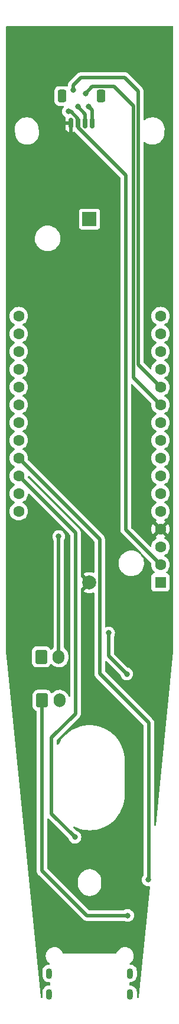
<source format=gbr>
%TF.GenerationSoftware,KiCad,Pcbnew,(6.0.4-0)*%
%TF.CreationDate,2022-12-23T17:02:00+01:00*%
%TF.ProjectId,ControllerBoard,436f6e74-726f-46c6-9c65-72426f617264,rev?*%
%TF.SameCoordinates,Original*%
%TF.FileFunction,Copper,L2,Bot*%
%TF.FilePolarity,Positive*%
%FSLAX46Y46*%
G04 Gerber Fmt 4.6, Leading zero omitted, Abs format (unit mm)*
G04 Created by KiCad (PCBNEW (6.0.4-0)) date 2022-12-23 17:02:00*
%MOMM*%
%LPD*%
G01*
G04 APERTURE LIST*
G04 Aperture macros list*
%AMRoundRect*
0 Rectangle with rounded corners*
0 $1 Rounding radius*
0 $2 $3 $4 $5 $6 $7 $8 $9 X,Y pos of 4 corners*
0 Add a 4 corners polygon primitive as box body*
4,1,4,$2,$3,$4,$5,$6,$7,$8,$9,$2,$3,0*
0 Add four circle primitives for the rounded corners*
1,1,$1+$1,$2,$3*
1,1,$1+$1,$4,$5*
1,1,$1+$1,$6,$7*
1,1,$1+$1,$8,$9*
0 Add four rect primitives between the rounded corners*
20,1,$1+$1,$2,$3,$4,$5,0*
20,1,$1+$1,$4,$5,$6,$7,0*
20,1,$1+$1,$6,$7,$8,$9,0*
20,1,$1+$1,$8,$9,$2,$3,0*%
G04 Aperture macros list end*
%TA.AperFunction,ComponentPad*%
%ADD10RoundRect,0.250000X-0.600000X-0.750000X0.600000X-0.750000X0.600000X0.750000X-0.600000X0.750000X0*%
%TD*%
%TA.AperFunction,ComponentPad*%
%ADD11O,1.700000X2.000000*%
%TD*%
%TA.AperFunction,ComponentPad*%
%ADD12R,1.600000X1.600000*%
%TD*%
%TA.AperFunction,ComponentPad*%
%ADD13C,1.600000*%
%TD*%
%TA.AperFunction,ComponentPad*%
%ADD14O,0.900000X1.500000*%
%TD*%
%TA.AperFunction,SMDPad,CuDef*%
%ADD15RoundRect,0.150000X-0.150000X-0.625000X0.150000X-0.625000X0.150000X0.625000X-0.150000X0.625000X0*%
%TD*%
%TA.AperFunction,SMDPad,CuDef*%
%ADD16RoundRect,0.250000X-0.350000X-0.650000X0.350000X-0.650000X0.350000X0.650000X-0.350000X0.650000X0*%
%TD*%
%TA.AperFunction,ComponentPad*%
%ADD17R,2.000000X2.000000*%
%TD*%
%TA.AperFunction,ComponentPad*%
%ADD18C,2.000000*%
%TD*%
%TA.AperFunction,ViaPad*%
%ADD19C,0.800000*%
%TD*%
%TA.AperFunction,Conductor*%
%ADD20C,0.500000*%
%TD*%
G04 APERTURE END LIST*
D10*
%TO.P,X1,1,1*%
%TO.N,Net-(JP1-Pad2)*%
X103830000Y-131950000D03*
D11*
%TO.P,X1,2,2*%
%TO.N,Net-(BT1-Pad1)*%
X106330000Y-131950000D03*
%TD*%
D12*
%TO.P,A1,1,~{RESET}*%
%TO.N,unconnected-(A1-Pad1)*%
X120796500Y-115062000D03*
D13*
%TO.P,A1,2,3V3*%
%TO.N,3.3V*%
X120796500Y-112522000D03*
%TO.P,A1,3,NC*%
%TO.N,unconnected-(A1-Pad3)*%
X120796500Y-109982000D03*
%TO.P,A1,4,GND*%
%TO.N,GND*%
X120796500Y-107442000D03*
%TO.P,A1,5,DAC2/A0*%
%TO.N,unconnected-(A1-Pad5)*%
X120796500Y-104902000D03*
%TO.P,A1,6,DAC1/A1*%
%TO.N,unconnected-(A1-Pad6)*%
X120796500Y-102362000D03*
%TO.P,A1,7,I34/A2*%
%TO.N,unconnected-(A1-Pad7)*%
X120796500Y-99822000D03*
%TO.P,A1,8,I39/A3*%
%TO.N,unconnected-(A1-Pad8)*%
X120796500Y-97282000D03*
%TO.P,A1,9,IO36/A4*%
%TO.N,unconnected-(A1-Pad9)*%
X120796500Y-94742000D03*
%TO.P,A1,10,IO4/A5*%
%TO.N,unconnected-(A1-Pad10)*%
X120796500Y-92202000D03*
%TO.P,A1,11,SCK/IO5*%
%TO.N,Net-(A1-Pad11)*%
X120796500Y-89662000D03*
%TO.P,A1,12,MOSI/IO18*%
%TO.N,Net-(A1-Pad12)*%
X120796500Y-87122000D03*
%TO.P,A1,13,MISO/IO19*%
%TO.N,unconnected-(A1-Pad13)*%
X120796500Y-84582000D03*
%TO.P,A1,14,RX/IO16*%
%TO.N,unconnected-(A1-Pad14)*%
X120796500Y-82042000D03*
%TO.P,A1,15,TX/IO17*%
%TO.N,unconnected-(A1-Pad15)*%
X120796500Y-79502000D03*
%TO.P,A1,16,IO21*%
%TO.N,unconnected-(A1-Pad16)*%
X120796500Y-76962000D03*
%TO.P,A1,17,SDA/IO23*%
%TO.N,Net-(A1-Pad17)*%
X100476500Y-76962000D03*
%TO.P,A1,18,SCL/IO22*%
%TO.N,Net-(A1-Pad18)*%
X100476500Y-79502000D03*
%TO.P,A1,19,A6/IO14*%
%TO.N,unconnected-(A1-Pad19)*%
X100476500Y-82042000D03*
%TO.P,A1,20,A7/IO32*%
%TO.N,Net-(A1-Pad20)*%
X100476500Y-84582000D03*
%TO.P,A1,21,A8/IO15*%
%TO.N,Net-(A1-Pad21)*%
X100476500Y-87122000D03*
%TO.P,A1,22,A9/IO33*%
%TO.N,Net-(A1-Pad22)*%
X100476500Y-89662000D03*
%TO.P,A1,23,A10/IO27*%
%TO.N,Net-(A1-Pad23)*%
X100476500Y-92202000D03*
%TO.P,A1,24,A11/IO12*%
%TO.N,KeepAlive*%
X100476500Y-94742000D03*
%TO.P,A1,25,A12/IO13*%
%TO.N,Trigger*%
X100476500Y-97282000D03*
%TO.P,A1,26,USB*%
%TO.N,USB_pwr*%
X100476500Y-99822000D03*
%TO.P,A1,27,EN*%
%TO.N,unconnected-(A1-Pad27)*%
X100476500Y-102362000D03*
%TO.P,A1,28,VBAT*%
%TO.N,power for the esp32*%
X100476500Y-104902000D03*
%TD*%
D10*
%TO.P,X2,1,1*%
%TO.N,power for the esp32*%
X103720000Y-125710000D03*
D11*
%TO.P,X2,2,2*%
%TO.N,Net-(BT1-Pad1)*%
X106220000Y-125710000D03*
%TD*%
D14*
%TO.P,J2,S1,SHIELD*%
%TO.N,Net-(J2-PadS1)*%
X104850000Y-174000000D03*
%TO.P,J2,S2,SHIELD*%
X116450000Y-174000000D03*
%TO.P,J2,S3,SHIELD*%
X104850000Y-171000000D03*
%TO.P,J2,S4,SHIELD*%
X116450000Y-171000000D03*
%TD*%
D15*
%TO.P,CONN2,1,GND*%
%TO.N,GND*%
X107974000Y-49371000D03*
%TO.P,CONN2,2,V+*%
%TO.N,3.3V*%
X108974000Y-49371000D03*
%TO.P,CONN2,3,SDA*%
%TO.N,Net-(A1-Pad17)*%
X109974000Y-49371000D03*
%TO.P,CONN2,4,SCL*%
%TO.N,Net-(A1-Pad18)*%
X110974000Y-49371000D03*
D16*
%TO.P,CONN2,MP*%
%TO.N,N/C*%
X106674000Y-45496000D03*
X112274000Y-45496000D03*
%TD*%
D17*
%TO.P,BT1,1,+*%
%TO.N,Net-(BT1-Pad1)*%
X110617000Y-63119000D03*
D18*
%TO.P,BT1,2,-*%
%TO.N,GND*%
X110617000Y-115109000D03*
%TD*%
D19*
%TO.N,3.3V*%
X107620000Y-47710000D03*
%TO.N,GND*%
X100660000Y-129270000D03*
X116570000Y-144650000D03*
X114760000Y-165700000D03*
X106110000Y-166070000D03*
X111550000Y-155610000D03*
X99330000Y-111170000D03*
X113180000Y-100210000D03*
X116450000Y-116560000D03*
X120420000Y-44890000D03*
X112880000Y-59310000D03*
X101470000Y-138170000D03*
X117000000Y-36230000D03*
X104130000Y-162170000D03*
X116650000Y-123670000D03*
X103370000Y-53080000D03*
X110850000Y-134090000D03*
X106740000Y-96290000D03*
X116290000Y-151730000D03*
X110800000Y-160860000D03*
X117660000Y-90340000D03*
X106520000Y-153470000D03*
X120650000Y-55140000D03*
X104960000Y-36320000D03*
X119650000Y-122300000D03*
X100940000Y-45920000D03*
X113070000Y-77870000D03*
%TO.N,Net-(A1-Pad18)*%
X110500000Y-47010000D03*
%TO.N,Net-(A1-Pad17)*%
X108940000Y-47040000D03*
%TO.N,Trigger*%
X119010000Y-157590000D03*
%TO.N,USB_pwr*%
X108530000Y-151510000D03*
%TO.N,Net-(A1-Pad11)*%
X110060000Y-45110000D03*
%TO.N,Net-(A1-Pad12)*%
X108260000Y-44660000D03*
%TO.N,power for the esp32*%
X115960000Y-128170000D03*
X113350000Y-122310000D03*
%TO.N,Net-(BT1-Pad1)*%
X106210000Y-108500000D03*
%TO.N,Net-(JP1-Pad2)*%
X116080000Y-162720000D03*
%TD*%
D20*
%TO.N,3.3V*%
X120796500Y-112522000D02*
X115800000Y-107525500D01*
X107935849Y-47710000D02*
X108974000Y-48748151D01*
X108974000Y-49993849D02*
X108974000Y-49371000D01*
X115800000Y-107525500D02*
X115800000Y-56819849D01*
X115800000Y-56819849D02*
X108974000Y-49993849D01*
X108974000Y-48748151D02*
X108974000Y-49371000D01*
X107620000Y-47710000D02*
X107935849Y-47710000D01*
%TO.N,Net-(A1-Pad18)*%
X110974000Y-49371000D02*
X110974000Y-47484000D01*
X110974000Y-47484000D02*
X110500000Y-47010000D01*
%TO.N,Net-(A1-Pad17)*%
X109974000Y-48074000D02*
X108940000Y-47040000D01*
X109974000Y-49371000D02*
X109974000Y-48074000D01*
%TO.N,Trigger*%
X119150000Y-157450000D02*
X119010000Y-157590000D01*
X100476500Y-97282000D02*
X112070000Y-108875500D01*
X112070000Y-112000000D02*
X112070000Y-128090000D01*
X112070000Y-108875500D02*
X112070000Y-112000000D01*
X119150000Y-135170000D02*
X119150000Y-157450000D01*
X112070000Y-128090000D02*
X119150000Y-135170000D01*
%TO.N,USB_pwr*%
X108610000Y-113950000D02*
X108610000Y-133840000D01*
X108610000Y-133840000D02*
X105180000Y-137270000D01*
X100476500Y-99822000D02*
X108610000Y-107955500D01*
X108610000Y-107955500D02*
X108610000Y-113950000D01*
X105180000Y-148160000D02*
X108530000Y-151510000D01*
X105180000Y-137270000D02*
X105180000Y-148160000D01*
%TO.N,Net-(A1-Pad11)*%
X114116480Y-44146480D02*
X116899511Y-46929511D01*
X110060000Y-45110000D02*
X111023520Y-44146480D01*
X116899511Y-85765011D02*
X120796500Y-89662000D01*
X116899511Y-46929511D02*
X116899511Y-85765011D01*
X111023520Y-44146480D02*
X114116480Y-44146480D01*
%TO.N,Net-(A1-Pad12)*%
X117599022Y-44819022D02*
X115640000Y-42860000D01*
X115640000Y-42860000D02*
X109380000Y-42860000D01*
X117599022Y-83924522D02*
X117599022Y-44819022D01*
X109380000Y-42860000D02*
X108260000Y-43980000D01*
X108260000Y-43980000D02*
X108260000Y-44660000D01*
X120796500Y-87122000D02*
X117599022Y-83924522D01*
%TO.N,power for the esp32*%
X113350000Y-122310000D02*
X113350000Y-125560000D01*
X113350000Y-125560000D02*
X115960000Y-128170000D01*
%TO.N,Net-(BT1-Pad1)*%
X106220000Y-125710000D02*
X106220000Y-108510000D01*
X106220000Y-108510000D02*
X106210000Y-108500000D01*
%TO.N,Net-(JP1-Pad2)*%
X103830000Y-156320000D02*
X103830000Y-131950000D01*
X116080000Y-162720000D02*
X110230000Y-162720000D01*
X110230000Y-162720000D02*
X103830000Y-156320000D01*
%TD*%
%TA.AperFunction,Conductor*%
%TO.N,GND*%
G36*
X122583621Y-35528502D02*
G01*
X122630114Y-35582158D01*
X122641500Y-35634500D01*
X122641500Y-124968348D01*
X122640875Y-124980885D01*
X120159875Y-149790884D01*
X120133194Y-149856677D01*
X120075178Y-149897600D01*
X120004247Y-149900661D01*
X119942922Y-149864889D01*
X119910672Y-149801640D01*
X119908500Y-149778347D01*
X119908500Y-135237070D01*
X119909933Y-135218120D01*
X119912099Y-135203885D01*
X119912099Y-135203881D01*
X119913199Y-135196651D01*
X119908915Y-135143982D01*
X119908500Y-135133767D01*
X119908500Y-135125707D01*
X119905211Y-135097493D01*
X119904778Y-135093118D01*
X119899454Y-135027661D01*
X119899453Y-135027658D01*
X119898860Y-135020363D01*
X119896604Y-135013399D01*
X119895413Y-135007440D01*
X119894029Y-135001585D01*
X119893182Y-134994319D01*
X119868265Y-134925673D01*
X119866848Y-134921545D01*
X119846607Y-134859064D01*
X119846606Y-134859062D01*
X119844351Y-134852101D01*
X119840555Y-134845846D01*
X119838049Y-134840372D01*
X119835330Y-134834942D01*
X119832833Y-134828063D01*
X119792814Y-134767024D01*
X119790467Y-134763305D01*
X119752595Y-134700893D01*
X119745197Y-134692516D01*
X119745224Y-134692492D01*
X119742571Y-134689500D01*
X119739868Y-134686267D01*
X119735856Y-134680148D01*
X119679617Y-134626872D01*
X119677175Y-134624494D01*
X112865405Y-127812724D01*
X112831379Y-127750412D01*
X112828500Y-127723629D01*
X112828500Y-126415371D01*
X112848502Y-126347250D01*
X112902158Y-126300757D01*
X112972432Y-126290653D01*
X113037012Y-126320147D01*
X113043595Y-126326276D01*
X115039875Y-128322556D01*
X115070613Y-128372714D01*
X115125473Y-128541556D01*
X115128776Y-128547278D01*
X115128777Y-128547279D01*
X115140456Y-128567508D01*
X115220960Y-128706944D01*
X115348747Y-128848866D01*
X115503248Y-128961118D01*
X115509276Y-128963802D01*
X115509278Y-128963803D01*
X115671681Y-129036109D01*
X115677712Y-129038794D01*
X115771113Y-129058647D01*
X115858056Y-129077128D01*
X115858061Y-129077128D01*
X115864513Y-129078500D01*
X116055487Y-129078500D01*
X116061939Y-129077128D01*
X116061944Y-129077128D01*
X116148887Y-129058647D01*
X116242288Y-129038794D01*
X116248319Y-129036109D01*
X116410722Y-128963803D01*
X116410724Y-128963802D01*
X116416752Y-128961118D01*
X116571253Y-128848866D01*
X116699040Y-128706944D01*
X116779544Y-128567508D01*
X116791223Y-128547279D01*
X116791224Y-128547278D01*
X116794527Y-128541556D01*
X116853542Y-128359928D01*
X116873504Y-128170000D01*
X116853542Y-127980072D01*
X116794527Y-127798444D01*
X116781465Y-127775819D01*
X116702341Y-127638774D01*
X116699040Y-127633056D01*
X116571253Y-127491134D01*
X116416752Y-127378882D01*
X116410724Y-127376198D01*
X116410722Y-127376197D01*
X116248319Y-127303891D01*
X116248318Y-127303891D01*
X116242288Y-127301206D01*
X116235833Y-127299834D01*
X116235824Y-127299831D01*
X116179228Y-127287801D01*
X116116331Y-127253650D01*
X114145405Y-125282724D01*
X114111379Y-125220412D01*
X114108500Y-125193629D01*
X114108500Y-122846999D01*
X114125381Y-122783999D01*
X114181223Y-122687279D01*
X114181224Y-122687278D01*
X114184527Y-122681556D01*
X114243542Y-122499928D01*
X114263504Y-122310000D01*
X114243542Y-122120072D01*
X114184527Y-121938444D01*
X114089040Y-121773056D01*
X113961253Y-121631134D01*
X113806752Y-121518882D01*
X113800724Y-121516198D01*
X113800722Y-121516197D01*
X113638319Y-121443891D01*
X113638318Y-121443891D01*
X113632288Y-121441206D01*
X113538888Y-121421353D01*
X113451944Y-121402872D01*
X113451939Y-121402872D01*
X113445487Y-121401500D01*
X113254513Y-121401500D01*
X113248061Y-121402872D01*
X113248056Y-121402872D01*
X113161112Y-121421353D01*
X113067712Y-121441206D01*
X113005748Y-121468794D01*
X112935382Y-121478228D01*
X112871085Y-121448122D01*
X112833272Y-121388033D01*
X112828500Y-121353687D01*
X112828500Y-112460940D01*
X114781793Y-112460940D01*
X114818442Y-112730232D01*
X114894493Y-112991150D01*
X115008274Y-113237960D01*
X115010837Y-113241869D01*
X115154720Y-113461328D01*
X115154724Y-113461333D01*
X115157286Y-113465241D01*
X115160403Y-113468733D01*
X115328161Y-113656690D01*
X115338256Y-113668001D01*
X115547207Y-113841784D01*
X115596120Y-113871465D01*
X115775554Y-113980349D01*
X115775559Y-113980351D01*
X115779551Y-113982774D01*
X116030182Y-114087872D01*
X116293594Y-114154770D01*
X116519322Y-114177500D01*
X116680991Y-114177500D01*
X116683316Y-114177327D01*
X116683322Y-114177327D01*
X116878375Y-114162832D01*
X116878379Y-114162831D01*
X116883027Y-114162486D01*
X117148101Y-114102506D01*
X117182773Y-114089023D01*
X117397044Y-114005698D01*
X117397046Y-114005697D01*
X117401397Y-114004005D01*
X117435379Y-113984583D01*
X117489141Y-113953855D01*
X117637351Y-113869146D01*
X117850780Y-113700892D01*
X118036996Y-113502939D01*
X118039662Y-113499096D01*
X118189244Y-113283474D01*
X118189247Y-113283469D01*
X118191906Y-113279636D01*
X118210531Y-113241869D01*
X118310044Y-113040077D01*
X118310045Y-113040074D01*
X118312109Y-113035889D01*
X118394964Y-112777052D01*
X118409061Y-112690490D01*
X118437898Y-112513424D01*
X118437898Y-112513421D01*
X118438649Y-112508811D01*
X118442207Y-112237060D01*
X118405558Y-111967768D01*
X118377131Y-111870238D01*
X118371856Y-111852143D01*
X118329507Y-111706850D01*
X118215726Y-111460040D01*
X118154199Y-111366195D01*
X118069280Y-111236672D01*
X118069276Y-111236667D01*
X118066714Y-111232759D01*
X117968962Y-111123237D01*
X117938524Y-111059096D01*
X117945967Y-111001326D01*
X117918507Y-111011568D01*
X117849133Y-110996477D01*
X117828949Y-110982763D01*
X117680388Y-110859206D01*
X117680389Y-110859206D01*
X117676793Y-110856216D01*
X117560621Y-110785721D01*
X117448446Y-110717651D01*
X117448441Y-110717649D01*
X117444449Y-110715226D01*
X117193818Y-110610128D01*
X116930406Y-110543230D01*
X116704678Y-110520500D01*
X116543009Y-110520500D01*
X116540684Y-110520673D01*
X116540678Y-110520673D01*
X116345625Y-110535168D01*
X116345621Y-110535169D01*
X116340973Y-110535514D01*
X116075899Y-110595494D01*
X116071547Y-110597186D01*
X116071545Y-110597187D01*
X115826956Y-110692302D01*
X115826954Y-110692303D01*
X115822603Y-110693995D01*
X115818549Y-110696312D01*
X115818547Y-110696313D01*
X115734859Y-110744145D01*
X115586649Y-110828854D01*
X115373220Y-110997108D01*
X115187004Y-111195061D01*
X115184338Y-111198904D01*
X115034756Y-111414526D01*
X115034753Y-111414531D01*
X115032094Y-111418364D01*
X115030028Y-111422553D01*
X115030027Y-111422555D01*
X114985601Y-111512643D01*
X114911891Y-111662111D01*
X114829036Y-111920948D01*
X114785351Y-112189189D01*
X114783980Y-112293913D01*
X114783127Y-112359087D01*
X114781793Y-112460940D01*
X112828500Y-112460940D01*
X112828500Y-108942570D01*
X112829933Y-108923620D01*
X112832099Y-108909385D01*
X112832099Y-108909381D01*
X112833199Y-108902151D01*
X112830711Y-108871556D01*
X112828915Y-108849482D01*
X112828500Y-108839267D01*
X112828500Y-108831207D01*
X112825209Y-108802980D01*
X112824778Y-108798621D01*
X112819453Y-108733160D01*
X112818860Y-108725864D01*
X112816605Y-108718903D01*
X112815418Y-108712963D01*
X112814029Y-108707088D01*
X112813182Y-108699819D01*
X112788264Y-108631170D01*
X112786847Y-108627042D01*
X112766607Y-108564564D01*
X112766606Y-108564562D01*
X112764351Y-108557601D01*
X112760555Y-108551346D01*
X112758049Y-108545872D01*
X112755330Y-108540442D01*
X112752833Y-108533563D01*
X112712814Y-108472524D01*
X112710467Y-108468805D01*
X112672595Y-108406393D01*
X112665197Y-108398016D01*
X112665224Y-108397992D01*
X112662571Y-108395000D01*
X112659868Y-108391767D01*
X112655856Y-108385648D01*
X112599617Y-108332372D01*
X112597175Y-108329994D01*
X101812171Y-97544990D01*
X101778145Y-97482678D01*
X101775745Y-97444913D01*
X101789519Y-97287475D01*
X101789998Y-97282000D01*
X101770043Y-97053913D01*
X101710784Y-96832757D01*
X101708461Y-96827775D01*
X101616349Y-96630238D01*
X101616346Y-96630233D01*
X101614023Y-96625251D01*
X101482698Y-96437700D01*
X101320800Y-96275802D01*
X101316292Y-96272645D01*
X101316289Y-96272643D01*
X101238111Y-96217902D01*
X101133249Y-96144477D01*
X101128267Y-96142154D01*
X101128262Y-96142151D01*
X101094043Y-96126195D01*
X101040758Y-96079278D01*
X101021297Y-96011001D01*
X101041839Y-95943041D01*
X101094043Y-95897805D01*
X101128262Y-95881849D01*
X101128267Y-95881846D01*
X101133249Y-95879523D01*
X101238111Y-95806098D01*
X101316289Y-95751357D01*
X101316292Y-95751355D01*
X101320800Y-95748198D01*
X101482698Y-95586300D01*
X101614023Y-95398749D01*
X101616346Y-95393767D01*
X101616349Y-95393762D01*
X101708461Y-95196225D01*
X101708461Y-95196224D01*
X101710784Y-95191243D01*
X101770043Y-94970087D01*
X101789998Y-94742000D01*
X101770043Y-94513913D01*
X101710784Y-94292757D01*
X101708461Y-94287775D01*
X101616349Y-94090238D01*
X101616346Y-94090233D01*
X101614023Y-94085251D01*
X101482698Y-93897700D01*
X101320800Y-93735802D01*
X101316292Y-93732645D01*
X101316289Y-93732643D01*
X101238111Y-93677902D01*
X101133249Y-93604477D01*
X101128267Y-93602154D01*
X101128262Y-93602151D01*
X101094043Y-93586195D01*
X101040758Y-93539278D01*
X101021297Y-93471001D01*
X101041839Y-93403041D01*
X101094043Y-93357805D01*
X101128262Y-93341849D01*
X101128267Y-93341846D01*
X101133249Y-93339523D01*
X101238111Y-93266098D01*
X101316289Y-93211357D01*
X101316292Y-93211355D01*
X101320800Y-93208198D01*
X101482698Y-93046300D01*
X101614023Y-92858749D01*
X101616346Y-92853767D01*
X101616349Y-92853762D01*
X101708461Y-92656225D01*
X101708461Y-92656224D01*
X101710784Y-92651243D01*
X101770043Y-92430087D01*
X101789998Y-92202000D01*
X101770043Y-91973913D01*
X101710784Y-91752757D01*
X101708461Y-91747775D01*
X101616349Y-91550238D01*
X101616346Y-91550233D01*
X101614023Y-91545251D01*
X101482698Y-91357700D01*
X101320800Y-91195802D01*
X101316292Y-91192645D01*
X101316289Y-91192643D01*
X101238111Y-91137902D01*
X101133249Y-91064477D01*
X101128267Y-91062154D01*
X101128262Y-91062151D01*
X101094043Y-91046195D01*
X101040758Y-90999278D01*
X101021297Y-90931001D01*
X101041839Y-90863041D01*
X101094043Y-90817805D01*
X101128262Y-90801849D01*
X101128267Y-90801846D01*
X101133249Y-90799523D01*
X101238111Y-90726098D01*
X101316289Y-90671357D01*
X101316292Y-90671355D01*
X101320800Y-90668198D01*
X101482698Y-90506300D01*
X101614023Y-90318749D01*
X101616346Y-90313767D01*
X101616349Y-90313762D01*
X101708461Y-90116225D01*
X101708461Y-90116224D01*
X101710784Y-90111243D01*
X101770043Y-89890087D01*
X101789998Y-89662000D01*
X101770043Y-89433913D01*
X101710784Y-89212757D01*
X101708461Y-89207775D01*
X101616349Y-89010238D01*
X101616346Y-89010233D01*
X101614023Y-89005251D01*
X101482698Y-88817700D01*
X101320800Y-88655802D01*
X101316292Y-88652645D01*
X101316289Y-88652643D01*
X101238111Y-88597902D01*
X101133249Y-88524477D01*
X101128267Y-88522154D01*
X101128262Y-88522151D01*
X101094043Y-88506195D01*
X101040758Y-88459278D01*
X101021297Y-88391001D01*
X101041839Y-88323041D01*
X101094043Y-88277805D01*
X101128262Y-88261849D01*
X101128267Y-88261846D01*
X101133249Y-88259523D01*
X101238111Y-88186098D01*
X101316289Y-88131357D01*
X101316292Y-88131355D01*
X101320800Y-88128198D01*
X101482698Y-87966300D01*
X101614023Y-87778749D01*
X101616346Y-87773767D01*
X101616349Y-87773762D01*
X101708461Y-87576225D01*
X101708461Y-87576224D01*
X101710784Y-87571243D01*
X101770043Y-87350087D01*
X101789998Y-87122000D01*
X101770043Y-86893913D01*
X101719597Y-86705647D01*
X101712207Y-86678067D01*
X101712206Y-86678065D01*
X101710784Y-86672757D01*
X101628679Y-86496681D01*
X101616349Y-86470238D01*
X101616346Y-86470233D01*
X101614023Y-86465251D01*
X101482698Y-86277700D01*
X101320800Y-86115802D01*
X101316292Y-86112645D01*
X101316289Y-86112643D01*
X101238111Y-86057902D01*
X101133249Y-85984477D01*
X101128267Y-85982154D01*
X101128262Y-85982151D01*
X101094043Y-85966195D01*
X101040758Y-85919278D01*
X101021297Y-85851001D01*
X101041839Y-85783041D01*
X101094043Y-85737805D01*
X101128262Y-85721849D01*
X101128267Y-85721846D01*
X101133249Y-85719523D01*
X101238111Y-85646098D01*
X101316289Y-85591357D01*
X101316292Y-85591355D01*
X101320800Y-85588198D01*
X101482698Y-85426300D01*
X101614023Y-85238749D01*
X101616346Y-85233767D01*
X101616349Y-85233762D01*
X101708461Y-85036225D01*
X101708461Y-85036224D01*
X101710784Y-85031243D01*
X101770043Y-84810087D01*
X101789998Y-84582000D01*
X101770043Y-84353913D01*
X101710784Y-84132757D01*
X101708461Y-84127775D01*
X101616349Y-83930238D01*
X101616346Y-83930233D01*
X101614023Y-83925251D01*
X101482698Y-83737700D01*
X101320800Y-83575802D01*
X101316292Y-83572645D01*
X101316289Y-83572643D01*
X101238111Y-83517902D01*
X101133249Y-83444477D01*
X101128267Y-83442154D01*
X101128262Y-83442151D01*
X101094043Y-83426195D01*
X101040758Y-83379278D01*
X101021297Y-83311001D01*
X101041839Y-83243041D01*
X101094043Y-83197805D01*
X101128262Y-83181849D01*
X101128267Y-83181846D01*
X101133249Y-83179523D01*
X101238111Y-83106098D01*
X101316289Y-83051357D01*
X101316292Y-83051355D01*
X101320800Y-83048198D01*
X101482698Y-82886300D01*
X101614023Y-82698749D01*
X101616346Y-82693767D01*
X101616349Y-82693762D01*
X101708461Y-82496225D01*
X101708461Y-82496224D01*
X101710784Y-82491243D01*
X101770043Y-82270087D01*
X101789998Y-82042000D01*
X101770043Y-81813913D01*
X101710784Y-81592757D01*
X101708461Y-81587775D01*
X101616349Y-81390238D01*
X101616346Y-81390233D01*
X101614023Y-81385251D01*
X101482698Y-81197700D01*
X101320800Y-81035802D01*
X101316292Y-81032645D01*
X101316289Y-81032643D01*
X101238111Y-80977902D01*
X101133249Y-80904477D01*
X101128267Y-80902154D01*
X101128262Y-80902151D01*
X101094043Y-80886195D01*
X101040758Y-80839278D01*
X101021297Y-80771001D01*
X101041839Y-80703041D01*
X101094043Y-80657805D01*
X101128262Y-80641849D01*
X101128267Y-80641846D01*
X101133249Y-80639523D01*
X101238111Y-80566098D01*
X101316289Y-80511357D01*
X101316292Y-80511355D01*
X101320800Y-80508198D01*
X101482698Y-80346300D01*
X101614023Y-80158749D01*
X101616346Y-80153767D01*
X101616349Y-80153762D01*
X101708461Y-79956225D01*
X101708461Y-79956224D01*
X101710784Y-79951243D01*
X101770043Y-79730087D01*
X101789998Y-79502000D01*
X101770043Y-79273913D01*
X101710784Y-79052757D01*
X101708461Y-79047775D01*
X101616349Y-78850238D01*
X101616346Y-78850233D01*
X101614023Y-78845251D01*
X101482698Y-78657700D01*
X101320800Y-78495802D01*
X101316292Y-78492645D01*
X101316289Y-78492643D01*
X101238111Y-78437902D01*
X101133249Y-78364477D01*
X101128267Y-78362154D01*
X101128262Y-78362151D01*
X101094043Y-78346195D01*
X101040758Y-78299278D01*
X101021297Y-78231001D01*
X101041839Y-78163041D01*
X101094043Y-78117805D01*
X101128262Y-78101849D01*
X101128267Y-78101846D01*
X101133249Y-78099523D01*
X101238111Y-78026098D01*
X101316289Y-77971357D01*
X101316292Y-77971355D01*
X101320800Y-77968198D01*
X101482698Y-77806300D01*
X101614023Y-77618749D01*
X101616346Y-77613767D01*
X101616349Y-77613762D01*
X101708461Y-77416225D01*
X101708461Y-77416224D01*
X101710784Y-77411243D01*
X101770043Y-77190087D01*
X101789998Y-76962000D01*
X101770043Y-76733913D01*
X101710784Y-76512757D01*
X101708461Y-76507775D01*
X101616349Y-76310238D01*
X101616346Y-76310233D01*
X101614023Y-76305251D01*
X101482698Y-76117700D01*
X101320800Y-75955802D01*
X101316292Y-75952645D01*
X101316289Y-75952643D01*
X101238111Y-75897902D01*
X101133249Y-75824477D01*
X101128267Y-75822154D01*
X101128262Y-75822151D01*
X100930725Y-75730039D01*
X100930724Y-75730039D01*
X100925743Y-75727716D01*
X100920435Y-75726294D01*
X100920433Y-75726293D01*
X100709902Y-75669881D01*
X100709900Y-75669881D01*
X100704587Y-75668457D01*
X100476500Y-75648502D01*
X100248413Y-75668457D01*
X100243100Y-75669881D01*
X100243098Y-75669881D01*
X100032567Y-75726293D01*
X100032565Y-75726294D01*
X100027257Y-75727716D01*
X100022276Y-75730039D01*
X100022275Y-75730039D01*
X99824738Y-75822151D01*
X99824733Y-75822154D01*
X99819751Y-75824477D01*
X99714889Y-75897902D01*
X99636711Y-75952643D01*
X99636708Y-75952645D01*
X99632200Y-75955802D01*
X99470302Y-76117700D01*
X99338977Y-76305251D01*
X99336654Y-76310233D01*
X99336651Y-76310238D01*
X99244539Y-76507775D01*
X99242216Y-76512757D01*
X99182957Y-76733913D01*
X99163002Y-76962000D01*
X99182957Y-77190087D01*
X99242216Y-77411243D01*
X99244539Y-77416224D01*
X99244539Y-77416225D01*
X99336651Y-77613762D01*
X99336654Y-77613767D01*
X99338977Y-77618749D01*
X99470302Y-77806300D01*
X99632200Y-77968198D01*
X99636708Y-77971355D01*
X99636711Y-77971357D01*
X99714889Y-78026098D01*
X99819751Y-78099523D01*
X99824733Y-78101846D01*
X99824738Y-78101849D01*
X99858957Y-78117805D01*
X99912242Y-78164722D01*
X99931703Y-78232999D01*
X99911161Y-78300959D01*
X99858957Y-78346195D01*
X99824738Y-78362151D01*
X99824733Y-78362154D01*
X99819751Y-78364477D01*
X99714889Y-78437902D01*
X99636711Y-78492643D01*
X99636708Y-78492645D01*
X99632200Y-78495802D01*
X99470302Y-78657700D01*
X99338977Y-78845251D01*
X99336654Y-78850233D01*
X99336651Y-78850238D01*
X99244539Y-79047775D01*
X99242216Y-79052757D01*
X99182957Y-79273913D01*
X99163002Y-79502000D01*
X99182957Y-79730087D01*
X99242216Y-79951243D01*
X99244539Y-79956224D01*
X99244539Y-79956225D01*
X99336651Y-80153762D01*
X99336654Y-80153767D01*
X99338977Y-80158749D01*
X99470302Y-80346300D01*
X99632200Y-80508198D01*
X99636708Y-80511355D01*
X99636711Y-80511357D01*
X99714889Y-80566098D01*
X99819751Y-80639523D01*
X99824733Y-80641846D01*
X99824738Y-80641849D01*
X99858957Y-80657805D01*
X99912242Y-80704722D01*
X99931703Y-80772999D01*
X99911161Y-80840959D01*
X99858957Y-80886195D01*
X99824738Y-80902151D01*
X99824733Y-80902154D01*
X99819751Y-80904477D01*
X99714889Y-80977902D01*
X99636711Y-81032643D01*
X99636708Y-81032645D01*
X99632200Y-81035802D01*
X99470302Y-81197700D01*
X99338977Y-81385251D01*
X99336654Y-81390233D01*
X99336651Y-81390238D01*
X99244539Y-81587775D01*
X99242216Y-81592757D01*
X99182957Y-81813913D01*
X99163002Y-82042000D01*
X99182957Y-82270087D01*
X99242216Y-82491243D01*
X99244539Y-82496224D01*
X99244539Y-82496225D01*
X99336651Y-82693762D01*
X99336654Y-82693767D01*
X99338977Y-82698749D01*
X99470302Y-82886300D01*
X99632200Y-83048198D01*
X99636708Y-83051355D01*
X99636711Y-83051357D01*
X99714889Y-83106098D01*
X99819751Y-83179523D01*
X99824733Y-83181846D01*
X99824738Y-83181849D01*
X99858957Y-83197805D01*
X99912242Y-83244722D01*
X99931703Y-83312999D01*
X99911161Y-83380959D01*
X99858957Y-83426195D01*
X99824738Y-83442151D01*
X99824733Y-83442154D01*
X99819751Y-83444477D01*
X99714889Y-83517902D01*
X99636711Y-83572643D01*
X99636708Y-83572645D01*
X99632200Y-83575802D01*
X99470302Y-83737700D01*
X99338977Y-83925251D01*
X99336654Y-83930233D01*
X99336651Y-83930238D01*
X99244539Y-84127775D01*
X99242216Y-84132757D01*
X99182957Y-84353913D01*
X99163002Y-84582000D01*
X99182957Y-84810087D01*
X99242216Y-85031243D01*
X99244539Y-85036224D01*
X99244539Y-85036225D01*
X99336651Y-85233762D01*
X99336654Y-85233767D01*
X99338977Y-85238749D01*
X99470302Y-85426300D01*
X99632200Y-85588198D01*
X99636708Y-85591355D01*
X99636711Y-85591357D01*
X99714889Y-85646098D01*
X99819751Y-85719523D01*
X99824733Y-85721846D01*
X99824738Y-85721849D01*
X99858957Y-85737805D01*
X99912242Y-85784722D01*
X99931703Y-85852999D01*
X99911161Y-85920959D01*
X99858957Y-85966195D01*
X99824738Y-85982151D01*
X99824733Y-85982154D01*
X99819751Y-85984477D01*
X99714889Y-86057902D01*
X99636711Y-86112643D01*
X99636708Y-86112645D01*
X99632200Y-86115802D01*
X99470302Y-86277700D01*
X99338977Y-86465251D01*
X99336654Y-86470233D01*
X99336651Y-86470238D01*
X99324321Y-86496681D01*
X99242216Y-86672757D01*
X99240794Y-86678065D01*
X99240793Y-86678067D01*
X99233403Y-86705647D01*
X99182957Y-86893913D01*
X99163002Y-87122000D01*
X99182957Y-87350087D01*
X99242216Y-87571243D01*
X99244539Y-87576224D01*
X99244539Y-87576225D01*
X99336651Y-87773762D01*
X99336654Y-87773767D01*
X99338977Y-87778749D01*
X99470302Y-87966300D01*
X99632200Y-88128198D01*
X99636708Y-88131355D01*
X99636711Y-88131357D01*
X99714889Y-88186098D01*
X99819751Y-88259523D01*
X99824733Y-88261846D01*
X99824738Y-88261849D01*
X99858957Y-88277805D01*
X99912242Y-88324722D01*
X99931703Y-88392999D01*
X99911161Y-88460959D01*
X99858957Y-88506195D01*
X99824738Y-88522151D01*
X99824733Y-88522154D01*
X99819751Y-88524477D01*
X99714889Y-88597902D01*
X99636711Y-88652643D01*
X99636708Y-88652645D01*
X99632200Y-88655802D01*
X99470302Y-88817700D01*
X99338977Y-89005251D01*
X99336654Y-89010233D01*
X99336651Y-89010238D01*
X99244539Y-89207775D01*
X99242216Y-89212757D01*
X99182957Y-89433913D01*
X99163002Y-89662000D01*
X99182957Y-89890087D01*
X99242216Y-90111243D01*
X99244539Y-90116224D01*
X99244539Y-90116225D01*
X99336651Y-90313762D01*
X99336654Y-90313767D01*
X99338977Y-90318749D01*
X99470302Y-90506300D01*
X99632200Y-90668198D01*
X99636708Y-90671355D01*
X99636711Y-90671357D01*
X99714889Y-90726098D01*
X99819751Y-90799523D01*
X99824733Y-90801846D01*
X99824738Y-90801849D01*
X99858957Y-90817805D01*
X99912242Y-90864722D01*
X99931703Y-90932999D01*
X99911161Y-91000959D01*
X99858957Y-91046195D01*
X99824738Y-91062151D01*
X99824733Y-91062154D01*
X99819751Y-91064477D01*
X99714889Y-91137902D01*
X99636711Y-91192643D01*
X99636708Y-91192645D01*
X99632200Y-91195802D01*
X99470302Y-91357700D01*
X99338977Y-91545251D01*
X99336654Y-91550233D01*
X99336651Y-91550238D01*
X99244539Y-91747775D01*
X99242216Y-91752757D01*
X99182957Y-91973913D01*
X99163002Y-92202000D01*
X99182957Y-92430087D01*
X99242216Y-92651243D01*
X99244539Y-92656224D01*
X99244539Y-92656225D01*
X99336651Y-92853762D01*
X99336654Y-92853767D01*
X99338977Y-92858749D01*
X99470302Y-93046300D01*
X99632200Y-93208198D01*
X99636708Y-93211355D01*
X99636711Y-93211357D01*
X99714889Y-93266098D01*
X99819751Y-93339523D01*
X99824733Y-93341846D01*
X99824738Y-93341849D01*
X99858957Y-93357805D01*
X99912242Y-93404722D01*
X99931703Y-93472999D01*
X99911161Y-93540959D01*
X99858957Y-93586195D01*
X99824738Y-93602151D01*
X99824733Y-93602154D01*
X99819751Y-93604477D01*
X99714889Y-93677902D01*
X99636711Y-93732643D01*
X99636708Y-93732645D01*
X99632200Y-93735802D01*
X99470302Y-93897700D01*
X99338977Y-94085251D01*
X99336654Y-94090233D01*
X99336651Y-94090238D01*
X99244539Y-94287775D01*
X99242216Y-94292757D01*
X99182957Y-94513913D01*
X99163002Y-94742000D01*
X99182957Y-94970087D01*
X99242216Y-95191243D01*
X99244539Y-95196224D01*
X99244539Y-95196225D01*
X99336651Y-95393762D01*
X99336654Y-95393767D01*
X99338977Y-95398749D01*
X99470302Y-95586300D01*
X99632200Y-95748198D01*
X99636708Y-95751355D01*
X99636711Y-95751357D01*
X99714889Y-95806098D01*
X99819751Y-95879523D01*
X99824733Y-95881846D01*
X99824738Y-95881849D01*
X99858957Y-95897805D01*
X99912242Y-95944722D01*
X99931703Y-96012999D01*
X99911161Y-96080959D01*
X99858957Y-96126195D01*
X99824738Y-96142151D01*
X99824733Y-96142154D01*
X99819751Y-96144477D01*
X99714889Y-96217902D01*
X99636711Y-96272643D01*
X99636708Y-96272645D01*
X99632200Y-96275802D01*
X99470302Y-96437700D01*
X99338977Y-96625251D01*
X99336654Y-96630233D01*
X99336651Y-96630238D01*
X99244539Y-96827775D01*
X99242216Y-96832757D01*
X99182957Y-97053913D01*
X99163002Y-97282000D01*
X99182957Y-97510087D01*
X99242216Y-97731243D01*
X99244539Y-97736224D01*
X99244539Y-97736225D01*
X99336651Y-97933762D01*
X99336654Y-97933767D01*
X99338977Y-97938749D01*
X99470302Y-98126300D01*
X99632200Y-98288198D01*
X99636708Y-98291355D01*
X99636711Y-98291357D01*
X99714889Y-98346098D01*
X99819751Y-98419523D01*
X99824733Y-98421846D01*
X99824738Y-98421849D01*
X99858957Y-98437805D01*
X99912242Y-98484722D01*
X99931703Y-98552999D01*
X99911161Y-98620959D01*
X99858957Y-98666195D01*
X99824738Y-98682151D01*
X99824733Y-98682154D01*
X99819751Y-98684477D01*
X99714889Y-98757902D01*
X99636711Y-98812643D01*
X99636708Y-98812645D01*
X99632200Y-98815802D01*
X99470302Y-98977700D01*
X99338977Y-99165251D01*
X99336654Y-99170233D01*
X99336651Y-99170238D01*
X99244539Y-99367775D01*
X99242216Y-99372757D01*
X99182957Y-99593913D01*
X99163002Y-99822000D01*
X99182957Y-100050087D01*
X99242216Y-100271243D01*
X99244539Y-100276224D01*
X99244539Y-100276225D01*
X99336651Y-100473762D01*
X99336654Y-100473767D01*
X99338977Y-100478749D01*
X99470302Y-100666300D01*
X99632200Y-100828198D01*
X99636708Y-100831355D01*
X99636711Y-100831357D01*
X99714889Y-100886098D01*
X99819751Y-100959523D01*
X99824733Y-100961846D01*
X99824738Y-100961849D01*
X99858957Y-100977805D01*
X99912242Y-101024722D01*
X99931703Y-101092999D01*
X99911161Y-101160959D01*
X99858957Y-101206195D01*
X99824738Y-101222151D01*
X99824733Y-101222154D01*
X99819751Y-101224477D01*
X99714889Y-101297902D01*
X99636711Y-101352643D01*
X99636708Y-101352645D01*
X99632200Y-101355802D01*
X99470302Y-101517700D01*
X99338977Y-101705251D01*
X99336654Y-101710233D01*
X99336651Y-101710238D01*
X99244539Y-101907775D01*
X99242216Y-101912757D01*
X99182957Y-102133913D01*
X99163002Y-102362000D01*
X99182957Y-102590087D01*
X99242216Y-102811243D01*
X99244539Y-102816224D01*
X99244539Y-102816225D01*
X99336651Y-103013762D01*
X99336654Y-103013767D01*
X99338977Y-103018749D01*
X99470302Y-103206300D01*
X99632200Y-103368198D01*
X99636708Y-103371355D01*
X99636711Y-103371357D01*
X99714889Y-103426098D01*
X99819751Y-103499523D01*
X99824733Y-103501846D01*
X99824738Y-103501849D01*
X99858957Y-103517805D01*
X99912242Y-103564722D01*
X99931703Y-103632999D01*
X99911161Y-103700959D01*
X99858957Y-103746195D01*
X99824738Y-103762151D01*
X99824733Y-103762154D01*
X99819751Y-103764477D01*
X99714889Y-103837902D01*
X99636711Y-103892643D01*
X99636708Y-103892645D01*
X99632200Y-103895802D01*
X99470302Y-104057700D01*
X99338977Y-104245251D01*
X99336654Y-104250233D01*
X99336651Y-104250238D01*
X99244539Y-104447775D01*
X99242216Y-104452757D01*
X99182957Y-104673913D01*
X99163002Y-104902000D01*
X99182957Y-105130087D01*
X99242216Y-105351243D01*
X99244539Y-105356224D01*
X99244539Y-105356225D01*
X99336651Y-105553762D01*
X99336654Y-105553767D01*
X99338977Y-105558749D01*
X99470302Y-105746300D01*
X99632200Y-105908198D01*
X99636708Y-105911355D01*
X99636711Y-105911357D01*
X99714889Y-105966098D01*
X99819751Y-106039523D01*
X99824733Y-106041846D01*
X99824738Y-106041849D01*
X100022275Y-106133961D01*
X100027257Y-106136284D01*
X100032565Y-106137706D01*
X100032567Y-106137707D01*
X100243098Y-106194119D01*
X100243100Y-106194119D01*
X100248413Y-106195543D01*
X100476500Y-106215498D01*
X100704587Y-106195543D01*
X100709900Y-106194119D01*
X100709902Y-106194119D01*
X100920433Y-106137707D01*
X100920435Y-106137706D01*
X100925743Y-106136284D01*
X100930725Y-106133961D01*
X101128262Y-106041849D01*
X101128267Y-106041846D01*
X101133249Y-106039523D01*
X101238111Y-105966098D01*
X101316289Y-105911357D01*
X101316292Y-105911355D01*
X101320800Y-105908198D01*
X101482698Y-105746300D01*
X101614023Y-105558749D01*
X101616346Y-105553767D01*
X101616349Y-105553762D01*
X101708461Y-105356225D01*
X101708461Y-105356224D01*
X101710784Y-105351243D01*
X101770043Y-105130087D01*
X101789998Y-104902000D01*
X101770043Y-104673913D01*
X101710784Y-104452757D01*
X101708461Y-104447775D01*
X101616349Y-104250238D01*
X101616346Y-104250233D01*
X101614023Y-104245251D01*
X101482698Y-104057700D01*
X101320800Y-103895802D01*
X101316292Y-103892645D01*
X101316289Y-103892643D01*
X101238111Y-103837902D01*
X101133249Y-103764477D01*
X101128267Y-103762154D01*
X101128262Y-103762151D01*
X101094043Y-103746195D01*
X101040758Y-103699278D01*
X101021297Y-103631001D01*
X101041839Y-103563041D01*
X101094043Y-103517805D01*
X101128262Y-103501849D01*
X101128267Y-103501846D01*
X101133249Y-103499523D01*
X101238111Y-103426098D01*
X101316289Y-103371357D01*
X101316292Y-103371355D01*
X101320800Y-103368198D01*
X101482698Y-103206300D01*
X101614023Y-103018749D01*
X101616346Y-103013767D01*
X101616349Y-103013762D01*
X101708461Y-102816225D01*
X101708461Y-102816224D01*
X101710784Y-102811243D01*
X101770043Y-102590087D01*
X101778823Y-102489733D01*
X101804687Y-102423615D01*
X101862190Y-102381976D01*
X101933077Y-102378035D01*
X101993439Y-102411620D01*
X107814595Y-108232776D01*
X107848621Y-108295088D01*
X107851500Y-108321871D01*
X107851500Y-131283428D01*
X107831498Y-131351549D01*
X107777842Y-131398042D01*
X107707568Y-131408146D01*
X107642988Y-131378652D01*
X107610618Y-131335178D01*
X107523507Y-131141798D01*
X107521312Y-131136925D01*
X107392559Y-130945681D01*
X107333918Y-130884209D01*
X107321347Y-130871032D01*
X107233424Y-130778865D01*
X107048458Y-130641246D01*
X107043707Y-130638830D01*
X107043703Y-130638828D01*
X106921731Y-130576815D01*
X106842949Y-130536760D01*
X106837855Y-130535178D01*
X106837852Y-130535177D01*
X106627871Y-130469976D01*
X106622773Y-130468393D01*
X106617484Y-130467692D01*
X106399511Y-130438802D01*
X106399506Y-130438802D01*
X106394226Y-130438102D01*
X106388897Y-130438302D01*
X106388895Y-130438302D01*
X106279034Y-130442426D01*
X106163842Y-130446751D01*
X106158623Y-130447846D01*
X106136566Y-130452474D01*
X105938209Y-130494093D01*
X105933250Y-130496051D01*
X105933248Y-130496052D01*
X105728744Y-130576815D01*
X105728742Y-130576816D01*
X105723779Y-130578776D01*
X105719220Y-130581543D01*
X105719217Y-130581544D01*
X105620832Y-130641246D01*
X105526683Y-130698377D01*
X105522653Y-130701874D01*
X105429484Y-130782722D01*
X105352555Y-130849477D01*
X105323330Y-130885120D01*
X105264671Y-130925114D01*
X105193701Y-130927046D01*
X105132952Y-130890302D01*
X105118752Y-130871532D01*
X105032332Y-130731880D01*
X105028478Y-130725652D01*
X104903303Y-130600695D01*
X104897072Y-130596854D01*
X104758968Y-130511725D01*
X104758966Y-130511724D01*
X104752738Y-130507885D01*
X104672995Y-130481436D01*
X104591389Y-130454368D01*
X104591387Y-130454368D01*
X104584861Y-130452203D01*
X104578025Y-130451503D01*
X104578022Y-130451502D01*
X104534969Y-130447091D01*
X104480400Y-130441500D01*
X103179600Y-130441500D01*
X103176354Y-130441837D01*
X103176350Y-130441837D01*
X103080692Y-130451762D01*
X103080688Y-130451763D01*
X103073834Y-130452474D01*
X103067298Y-130454655D01*
X103067296Y-130454655D01*
X103028220Y-130467692D01*
X102906054Y-130508450D01*
X102755652Y-130601522D01*
X102630695Y-130726697D01*
X102626855Y-130732927D01*
X102626854Y-130732928D01*
X102596161Y-130782722D01*
X102537885Y-130877262D01*
X102482203Y-131045139D01*
X102471500Y-131149600D01*
X102471500Y-132750400D01*
X102482474Y-132856166D01*
X102484655Y-132862702D01*
X102484655Y-132862704D01*
X102520033Y-132968744D01*
X102538450Y-133023946D01*
X102631522Y-133174348D01*
X102756697Y-133299305D01*
X102762927Y-133303145D01*
X102762928Y-133303146D01*
X102900090Y-133387694D01*
X102907262Y-133392115D01*
X102964949Y-133411249D01*
X102985167Y-133417955D01*
X103043527Y-133458386D01*
X103070764Y-133523950D01*
X103071500Y-133537548D01*
X103071500Y-156252930D01*
X103070067Y-156271880D01*
X103066801Y-156293349D01*
X103067394Y-156300641D01*
X103067394Y-156300644D01*
X103071085Y-156346018D01*
X103071500Y-156356233D01*
X103071500Y-156364293D01*
X103071925Y-156367937D01*
X103074789Y-156392507D01*
X103075222Y-156396882D01*
X103079302Y-156447036D01*
X103081140Y-156469637D01*
X103083396Y-156476601D01*
X103084587Y-156482560D01*
X103085971Y-156488415D01*
X103086818Y-156495681D01*
X103111735Y-156564327D01*
X103113152Y-156568455D01*
X103135649Y-156637899D01*
X103139445Y-156644154D01*
X103141951Y-156649628D01*
X103144670Y-156655058D01*
X103147167Y-156661937D01*
X103151180Y-156668057D01*
X103151180Y-156668058D01*
X103187186Y-156722976D01*
X103189523Y-156726680D01*
X103227405Y-156789107D01*
X103231121Y-156793315D01*
X103231122Y-156793316D01*
X103234803Y-156797484D01*
X103234776Y-156797508D01*
X103237429Y-156800500D01*
X103240132Y-156803733D01*
X103244144Y-156809852D01*
X103249456Y-156814884D01*
X103300383Y-156863128D01*
X103302825Y-156865506D01*
X109646230Y-163208911D01*
X109658616Y-163223323D01*
X109667149Y-163234918D01*
X109667154Y-163234923D01*
X109671492Y-163240818D01*
X109677070Y-163245557D01*
X109677073Y-163245560D01*
X109711768Y-163275035D01*
X109719284Y-163281965D01*
X109724980Y-163287661D01*
X109727841Y-163289924D01*
X109727846Y-163289929D01*
X109747266Y-163305293D01*
X109750667Y-163308082D01*
X109806285Y-163355333D01*
X109812798Y-163358659D01*
X109817837Y-163362020D01*
X109822979Y-163365196D01*
X109828716Y-163369734D01*
X109894875Y-163400655D01*
X109898769Y-163402558D01*
X109963808Y-163435769D01*
X109970917Y-163437508D01*
X109976551Y-163439604D01*
X109982321Y-163441523D01*
X109988950Y-163444622D01*
X109996113Y-163446112D01*
X109996116Y-163446113D01*
X110046830Y-163456661D01*
X110060435Y-163459491D01*
X110064701Y-163460457D01*
X110135610Y-163477808D01*
X110141212Y-163478156D01*
X110141215Y-163478156D01*
X110146764Y-163478500D01*
X110146762Y-163478535D01*
X110150734Y-163478775D01*
X110154955Y-163479152D01*
X110162115Y-163480641D01*
X110239542Y-163478546D01*
X110242950Y-163478500D01*
X115537413Y-163478500D01*
X115611472Y-163502563D01*
X115617902Y-163507235D01*
X115617909Y-163507239D01*
X115623248Y-163511118D01*
X115629276Y-163513802D01*
X115629278Y-163513803D01*
X115791681Y-163586109D01*
X115797712Y-163588794D01*
X115891113Y-163608647D01*
X115978056Y-163627128D01*
X115978061Y-163627128D01*
X115984513Y-163628500D01*
X116175487Y-163628500D01*
X116181939Y-163627128D01*
X116181944Y-163627128D01*
X116268887Y-163608647D01*
X116362288Y-163588794D01*
X116368319Y-163586109D01*
X116530722Y-163513803D01*
X116530724Y-163513802D01*
X116536752Y-163511118D01*
X116542097Y-163507235D01*
X116607200Y-163459934D01*
X116691253Y-163398866D01*
X116774282Y-163306653D01*
X116814621Y-163261852D01*
X116814622Y-163261851D01*
X116819040Y-163256944D01*
X116914527Y-163091556D01*
X116973542Y-162909928D01*
X116993504Y-162720000D01*
X116973542Y-162530072D01*
X116914527Y-162348444D01*
X116819040Y-162183056D01*
X116691253Y-162041134D01*
X116581647Y-161961500D01*
X116542094Y-161932763D01*
X116542093Y-161932762D01*
X116536752Y-161928882D01*
X116530724Y-161926198D01*
X116530722Y-161926197D01*
X116368319Y-161853891D01*
X116368318Y-161853891D01*
X116362288Y-161851206D01*
X116268888Y-161831353D01*
X116181944Y-161812872D01*
X116181939Y-161812872D01*
X116175487Y-161811500D01*
X115984513Y-161811500D01*
X115978061Y-161812872D01*
X115978056Y-161812872D01*
X115891112Y-161831353D01*
X115797712Y-161851206D01*
X115791682Y-161853891D01*
X115791681Y-161853891D01*
X115629278Y-161926197D01*
X115629276Y-161926198D01*
X115623248Y-161928882D01*
X115617909Y-161932761D01*
X115617902Y-161932765D01*
X115611472Y-161937437D01*
X115537413Y-161961500D01*
X110596371Y-161961500D01*
X110528250Y-161941498D01*
X110507276Y-161924595D01*
X106826405Y-158243724D01*
X108986309Y-158243724D01*
X108987130Y-158250000D01*
X108986849Y-158250000D01*
X108996202Y-158374804D01*
X109002599Y-158460166D01*
X109005425Y-158497880D01*
X109060738Y-158740222D01*
X109151553Y-158971614D01*
X109275840Y-159186886D01*
X109430824Y-159381230D01*
X109613042Y-159550304D01*
X109818425Y-159690331D01*
X109822674Y-159692377D01*
X109822677Y-159692379D01*
X109943719Y-159750670D01*
X110042383Y-159798184D01*
X110046885Y-159799573D01*
X110046891Y-159799575D01*
X110182306Y-159841344D01*
X110279914Y-159871452D01*
X110284564Y-159872153D01*
X110284569Y-159872154D01*
X110389473Y-159887965D01*
X110525713Y-159908500D01*
X110774287Y-159908500D01*
X110910527Y-159887965D01*
X111015431Y-159872154D01*
X111015436Y-159872153D01*
X111020086Y-159871452D01*
X111257617Y-159798184D01*
X111481576Y-159690331D01*
X111485478Y-159687671D01*
X111683056Y-159552965D01*
X111683062Y-159552960D01*
X111686958Y-159550304D01*
X111869176Y-159381230D01*
X112024160Y-159186886D01*
X112148447Y-158971614D01*
X112239262Y-158740222D01*
X112294575Y-158497880D01*
X112310681Y-158282956D01*
X112312076Y-158271465D01*
X112312768Y-158267355D01*
X112312768Y-158267352D01*
X112313576Y-158262552D01*
X112313729Y-158250000D01*
X112309773Y-158222376D01*
X112308500Y-158204514D01*
X112308500Y-157803250D01*
X112310246Y-157782345D01*
X112312770Y-157767344D01*
X112312770Y-157767341D01*
X112313576Y-157762552D01*
X112313729Y-157750000D01*
X112313039Y-157745180D01*
X112313010Y-157744735D01*
X112312200Y-157737308D01*
X112311744Y-157731215D01*
X112294575Y-157502120D01*
X112239262Y-157259778D01*
X112220794Y-157212721D01*
X112150171Y-157032779D01*
X112148447Y-157028386D01*
X112057474Y-156870816D01*
X112026516Y-156817194D01*
X112026513Y-156817190D01*
X112024160Y-156813114D01*
X112005016Y-156789107D01*
X111872111Y-156622450D01*
X111872109Y-156622448D01*
X111869176Y-156618770D01*
X111865723Y-156615566D01*
X111690420Y-156452908D01*
X111690418Y-156452906D01*
X111686958Y-156449696D01*
X111683062Y-156447040D01*
X111683056Y-156447035D01*
X111485472Y-156312325D01*
X111485470Y-156312324D01*
X111481576Y-156309669D01*
X111257617Y-156201816D01*
X111020086Y-156128548D01*
X111015436Y-156127847D01*
X111015431Y-156127846D01*
X110910527Y-156112035D01*
X110774287Y-156091500D01*
X110525713Y-156091500D01*
X110389473Y-156112035D01*
X110284569Y-156127846D01*
X110284564Y-156127847D01*
X110279914Y-156128548D01*
X110182306Y-156158656D01*
X110046891Y-156200425D01*
X110046885Y-156200427D01*
X110042383Y-156201816D01*
X109943719Y-156249330D01*
X109822677Y-156307621D01*
X109822674Y-156307623D01*
X109818425Y-156309669D01*
X109814526Y-156312327D01*
X109814523Y-156312329D01*
X109738306Y-156364293D01*
X109613042Y-156449696D01*
X109609582Y-156452906D01*
X109609580Y-156452908D01*
X109434277Y-156615566D01*
X109430824Y-156618770D01*
X109427891Y-156622448D01*
X109427889Y-156622450D01*
X109294985Y-156789107D01*
X109275840Y-156813114D01*
X109273487Y-156817190D01*
X109273484Y-156817194D01*
X109242526Y-156870816D01*
X109151553Y-157028386D01*
X109149829Y-157032779D01*
X109079207Y-157212721D01*
X109060738Y-157259778D01*
X109005425Y-157502120D01*
X109005073Y-157506820D01*
X109005072Y-157506825D01*
X108988632Y-157726215D01*
X108987764Y-157733753D01*
X108987835Y-157733927D01*
X108986309Y-157743724D01*
X108986951Y-157748636D01*
X108986849Y-157750000D01*
X108987130Y-157750000D01*
X108988325Y-157759139D01*
X108988325Y-157759140D01*
X108990436Y-157775283D01*
X108991500Y-157791620D01*
X108991500Y-158200633D01*
X108990000Y-158220018D01*
X108987690Y-158234851D01*
X108987690Y-158234855D01*
X108986309Y-158243724D01*
X106826405Y-158243724D01*
X104625405Y-156042724D01*
X104591379Y-155980412D01*
X104588500Y-155953629D01*
X104588500Y-148945371D01*
X104608502Y-148877250D01*
X104662158Y-148830757D01*
X104732432Y-148820653D01*
X104797012Y-148850147D01*
X104803595Y-148856276D01*
X107609875Y-151662556D01*
X107640613Y-151712714D01*
X107695473Y-151881556D01*
X107790960Y-152046944D01*
X107918747Y-152188866D01*
X108073248Y-152301118D01*
X108079276Y-152303802D01*
X108079278Y-152303803D01*
X108241681Y-152376109D01*
X108247712Y-152378794D01*
X108341113Y-152398647D01*
X108428056Y-152417128D01*
X108428061Y-152417128D01*
X108434513Y-152418500D01*
X108625487Y-152418500D01*
X108631939Y-152417128D01*
X108631944Y-152417128D01*
X108718887Y-152398647D01*
X108812288Y-152378794D01*
X108818319Y-152376109D01*
X108980722Y-152303803D01*
X108980724Y-152303802D01*
X108986752Y-152301118D01*
X109141253Y-152188866D01*
X109269040Y-152046944D01*
X109364527Y-151881556D01*
X109423542Y-151699928D01*
X109443504Y-151510000D01*
X109423542Y-151320072D01*
X109364527Y-151138444D01*
X109269040Y-150973056D01*
X109141253Y-150831134D01*
X108986752Y-150718882D01*
X108980724Y-150716198D01*
X108980722Y-150716197D01*
X108818319Y-150643891D01*
X108818318Y-150643891D01*
X108812288Y-150641206D01*
X108805833Y-150639834D01*
X108805824Y-150639831D01*
X108749228Y-150627801D01*
X108686331Y-150593650D01*
X108286162Y-150193481D01*
X108252136Y-150131169D01*
X108257201Y-150060354D01*
X108299748Y-150003518D01*
X108366268Y-149978707D01*
X108433437Y-149992623D01*
X108531300Y-150043567D01*
X108935360Y-150210935D01*
X108937980Y-150211761D01*
X108937988Y-150211764D01*
X109349840Y-150341620D01*
X109349845Y-150341621D01*
X109352470Y-150342449D01*
X109779454Y-150437109D01*
X109782173Y-150437467D01*
X109782179Y-150437468D01*
X109944621Y-150458854D01*
X110213065Y-150494195D01*
X110215814Y-150494315D01*
X110215825Y-150494316D01*
X110647252Y-150513152D01*
X110650000Y-150513272D01*
X110652748Y-150513152D01*
X111084175Y-150494316D01*
X111084186Y-150494315D01*
X111086935Y-150494195D01*
X111355379Y-150458854D01*
X111517821Y-150437468D01*
X111517827Y-150437467D01*
X111520546Y-150437109D01*
X111947530Y-150342449D01*
X111950155Y-150341621D01*
X111950160Y-150341620D01*
X112362012Y-150211764D01*
X112362020Y-150211761D01*
X112364640Y-150210935D01*
X112768700Y-150043567D01*
X113156636Y-149841621D01*
X113525495Y-149606632D01*
X113527663Y-149604968D01*
X113527675Y-149604960D01*
X113870277Y-149342071D01*
X113872469Y-149340389D01*
X113874497Y-149338531D01*
X113874505Y-149338524D01*
X114192899Y-149046770D01*
X114194919Y-149044919D01*
X114391162Y-148830757D01*
X114488524Y-148724505D01*
X114488531Y-148724497D01*
X114490389Y-148722469D01*
X114552716Y-148641243D01*
X114754960Y-148377675D01*
X114754968Y-148377663D01*
X114756632Y-148375495D01*
X114991621Y-148006636D01*
X115193567Y-147618700D01*
X115360935Y-147214640D01*
X115492449Y-146797530D01*
X115587109Y-146370546D01*
X115644195Y-145936935D01*
X115646191Y-145891235D01*
X115662147Y-145525763D01*
X115662531Y-145520004D01*
X115662770Y-145517344D01*
X115663576Y-145512552D01*
X115663729Y-145500000D01*
X115659773Y-145472376D01*
X115658500Y-145454514D01*
X115658500Y-140553250D01*
X115660246Y-140532345D01*
X115662770Y-140517344D01*
X115662770Y-140517341D01*
X115663576Y-140512552D01*
X115663729Y-140500000D01*
X115663081Y-140495474D01*
X115663049Y-140494879D01*
X115644316Y-140065825D01*
X115644315Y-140065814D01*
X115644195Y-140063065D01*
X115587109Y-139629454D01*
X115492449Y-139202470D01*
X115360935Y-138785360D01*
X115193567Y-138381300D01*
X114991621Y-137993364D01*
X114790446Y-137677583D01*
X114758107Y-137626820D01*
X114758105Y-137626817D01*
X114756632Y-137624505D01*
X114754968Y-137622337D01*
X114754960Y-137622325D01*
X114492071Y-137279723D01*
X114490389Y-137277531D01*
X114488531Y-137275503D01*
X114488524Y-137275495D01*
X114196770Y-136957101D01*
X114194919Y-136955081D01*
X114039139Y-136812335D01*
X113874505Y-136661476D01*
X113874497Y-136661469D01*
X113872469Y-136659611D01*
X113760539Y-136573724D01*
X113527675Y-136395040D01*
X113527663Y-136395032D01*
X113525495Y-136393368D01*
X113156636Y-136158379D01*
X112768700Y-135956433D01*
X112364640Y-135789065D01*
X112362020Y-135788239D01*
X112362012Y-135788236D01*
X111950160Y-135658380D01*
X111950155Y-135658379D01*
X111947530Y-135657551D01*
X111520546Y-135562891D01*
X111517827Y-135562533D01*
X111517821Y-135562532D01*
X111355379Y-135541146D01*
X111086935Y-135505805D01*
X111084186Y-135505685D01*
X111084175Y-135505684D01*
X110652748Y-135486848D01*
X110650000Y-135486728D01*
X110647252Y-135486848D01*
X110215825Y-135505684D01*
X110215814Y-135505685D01*
X110213065Y-135505805D01*
X109944621Y-135541146D01*
X109782179Y-135562532D01*
X109782173Y-135562533D01*
X109779454Y-135562891D01*
X109352470Y-135657551D01*
X109349845Y-135658379D01*
X109349840Y-135658380D01*
X108937988Y-135788236D01*
X108937980Y-135788239D01*
X108935360Y-135789065D01*
X108531300Y-135956433D01*
X108143364Y-136158379D01*
X107774505Y-136393368D01*
X107772337Y-136395032D01*
X107772325Y-136395040D01*
X107539461Y-136573724D01*
X107427531Y-136659611D01*
X107425503Y-136661469D01*
X107425495Y-136661476D01*
X107260861Y-136812335D01*
X107105081Y-136955081D01*
X107103230Y-136957101D01*
X106811476Y-137275495D01*
X106811469Y-137275503D01*
X106809611Y-137277531D01*
X106807929Y-137279723D01*
X106545040Y-137622325D01*
X106545032Y-137622337D01*
X106543368Y-137624505D01*
X106541895Y-137626817D01*
X106541893Y-137626820D01*
X106509554Y-137677583D01*
X106308379Y-137993364D01*
X106307105Y-137995812D01*
X106176263Y-138247157D01*
X106127067Y-138298345D01*
X106058006Y-138314810D01*
X105991006Y-138291323D01*
X105947341Y-138235342D01*
X105938500Y-138188977D01*
X105938500Y-137636371D01*
X105958502Y-137568250D01*
X105975405Y-137547276D01*
X109098911Y-134423770D01*
X109113323Y-134411384D01*
X109124918Y-134402851D01*
X109124923Y-134402846D01*
X109130818Y-134398508D01*
X109135557Y-134392930D01*
X109135560Y-134392927D01*
X109165035Y-134358232D01*
X109171965Y-134350716D01*
X109177661Y-134345020D01*
X109179924Y-134342159D01*
X109179929Y-134342154D01*
X109195293Y-134322734D01*
X109198082Y-134319333D01*
X109240592Y-134269296D01*
X109240594Y-134269294D01*
X109245333Y-134263715D01*
X109248662Y-134257195D01*
X109252028Y-134252148D01*
X109255193Y-134247024D01*
X109259735Y-134241283D01*
X109290637Y-134175164D01*
X109292565Y-134171218D01*
X109322442Y-134112708D01*
X109322443Y-134112706D01*
X109325769Y-134106192D01*
X109327508Y-134099086D01*
X109329609Y-134093436D01*
X109331524Y-134087679D01*
X109334622Y-134081050D01*
X109349491Y-134009565D01*
X109350461Y-134005282D01*
X109366473Y-133939844D01*
X109367808Y-133934390D01*
X109368500Y-133923236D01*
X109368535Y-133923238D01*
X109368775Y-133919266D01*
X109369152Y-133915045D01*
X109370641Y-133907885D01*
X109368546Y-133830458D01*
X109368500Y-133827050D01*
X109368500Y-116050480D01*
X109388502Y-115982359D01*
X109405405Y-115961385D01*
X110244978Y-115121812D01*
X110252592Y-115107868D01*
X110252461Y-115106035D01*
X110248210Y-115099420D01*
X109405405Y-114256615D01*
X109371379Y-114194303D01*
X109368500Y-114167520D01*
X109368500Y-108022570D01*
X109369933Y-108003620D01*
X109372099Y-107989385D01*
X109372099Y-107989381D01*
X109373199Y-107982151D01*
X109368983Y-107930312D01*
X109368915Y-107929482D01*
X109368500Y-107919267D01*
X109368500Y-107911207D01*
X109366733Y-107896053D01*
X109365211Y-107882993D01*
X109364778Y-107878618D01*
X109359454Y-107813161D01*
X109359453Y-107813158D01*
X109358860Y-107805863D01*
X109356604Y-107798899D01*
X109355413Y-107792940D01*
X109354029Y-107787085D01*
X109353182Y-107779819D01*
X109328265Y-107711173D01*
X109326848Y-107707045D01*
X109306607Y-107644564D01*
X109306606Y-107644562D01*
X109304351Y-107637601D01*
X109300555Y-107631346D01*
X109298049Y-107625872D01*
X109295330Y-107620442D01*
X109292833Y-107613563D01*
X109288820Y-107607442D01*
X109252814Y-107552524D01*
X109250467Y-107548805D01*
X109212595Y-107486393D01*
X109205197Y-107478016D01*
X109205224Y-107477992D01*
X109202571Y-107475000D01*
X109199868Y-107471767D01*
X109195856Y-107465648D01*
X109139617Y-107412372D01*
X109137175Y-107409994D01*
X101812171Y-100084990D01*
X101778145Y-100022678D01*
X101775746Y-99984913D01*
X101778824Y-99949733D01*
X101804687Y-99883615D01*
X101862191Y-99841975D01*
X101933078Y-99838035D01*
X101993439Y-99871620D01*
X111274595Y-109152776D01*
X111308621Y-109215088D01*
X111311500Y-109241871D01*
X111311500Y-113575851D01*
X111291498Y-113643972D01*
X111237842Y-113690465D01*
X111167568Y-113700569D01*
X111137282Y-113692260D01*
X111089013Y-113672266D01*
X111079627Y-113669217D01*
X110858446Y-113616115D01*
X110848699Y-113614572D01*
X110621930Y-113596725D01*
X110612070Y-113596725D01*
X110385301Y-113614572D01*
X110375554Y-113616115D01*
X110154373Y-113669217D01*
X110144988Y-113672266D01*
X109934837Y-113759313D01*
X109926042Y-113763795D01*
X109758555Y-113866432D01*
X109749093Y-113876890D01*
X109752876Y-113885666D01*
X110887115Y-115019905D01*
X110921141Y-115082217D01*
X110916076Y-115153032D01*
X110887115Y-115198095D01*
X109755920Y-116329290D01*
X109749160Y-116341670D01*
X109754887Y-116349320D01*
X109926042Y-116454205D01*
X109934837Y-116458687D01*
X110144988Y-116545734D01*
X110154373Y-116548783D01*
X110375554Y-116601885D01*
X110385301Y-116603428D01*
X110612070Y-116621275D01*
X110621930Y-116621275D01*
X110848699Y-116603428D01*
X110858446Y-116601885D01*
X111079627Y-116548783D01*
X111089013Y-116545734D01*
X111137282Y-116525740D01*
X111207872Y-116518151D01*
X111271359Y-116549931D01*
X111307586Y-116610989D01*
X111311500Y-116642149D01*
X111311500Y-128022930D01*
X111310067Y-128041880D01*
X111306801Y-128063349D01*
X111307394Y-128070641D01*
X111307394Y-128070644D01*
X111311085Y-128116018D01*
X111311500Y-128126233D01*
X111311500Y-128134293D01*
X111311925Y-128137937D01*
X111314789Y-128162507D01*
X111315222Y-128166882D01*
X111321140Y-128239637D01*
X111323396Y-128246601D01*
X111324587Y-128252560D01*
X111325971Y-128258415D01*
X111326818Y-128265681D01*
X111351735Y-128334327D01*
X111353152Y-128338455D01*
X111375649Y-128407899D01*
X111379445Y-128414154D01*
X111381951Y-128419628D01*
X111384670Y-128425058D01*
X111387167Y-128431937D01*
X111391180Y-128438057D01*
X111391180Y-128438058D01*
X111427186Y-128492976D01*
X111429523Y-128496680D01*
X111467405Y-128559107D01*
X111471121Y-128563315D01*
X111471122Y-128563316D01*
X111474803Y-128567484D01*
X111474776Y-128567508D01*
X111477429Y-128570500D01*
X111480132Y-128573733D01*
X111484144Y-128579852D01*
X111489456Y-128584884D01*
X111540383Y-128633128D01*
X111542825Y-128635506D01*
X118354595Y-135447276D01*
X118388621Y-135509588D01*
X118391500Y-135536371D01*
X118391500Y-156870816D01*
X118371498Y-156938937D01*
X118359136Y-156955127D01*
X118289218Y-157032779D01*
X118270960Y-157053056D01*
X118175473Y-157218444D01*
X118116458Y-157400072D01*
X118096496Y-157590000D01*
X118097186Y-157596565D01*
X118112204Y-157739449D01*
X118116458Y-157779928D01*
X118175473Y-157961556D01*
X118270960Y-158126944D01*
X118275378Y-158131851D01*
X118275379Y-158131852D01*
X118393062Y-158262552D01*
X118398747Y-158268866D01*
X118553248Y-158381118D01*
X118559276Y-158383802D01*
X118559278Y-158383803D01*
X118579367Y-158392747D01*
X118727712Y-158458794D01*
X118821112Y-158478647D01*
X118908056Y-158497128D01*
X118908061Y-158497128D01*
X118914513Y-158498500D01*
X119105487Y-158498500D01*
X119111942Y-158497128D01*
X119111951Y-158497127D01*
X119124367Y-158494488D01*
X119195157Y-158499891D01*
X119251789Y-158542709D01*
X119276282Y-158609347D01*
X119275936Y-158630272D01*
X117701159Y-174378037D01*
X117674478Y-174443830D01*
X117616462Y-174484753D01*
X117575784Y-174491500D01*
X117534500Y-174491500D01*
X117466379Y-174471498D01*
X117419886Y-174417842D01*
X117408500Y-174365500D01*
X117408500Y-173651337D01*
X117393765Y-173506273D01*
X117376111Y-173449939D01*
X117337444Y-173326549D01*
X117337442Y-173326544D01*
X117335535Y-173320459D01*
X117241130Y-173150150D01*
X117236981Y-173145309D01*
X117236978Y-173145305D01*
X117118560Y-173007145D01*
X117114409Y-173002302D01*
X116960547Y-172882954D01*
X116954824Y-172880138D01*
X116954821Y-172880136D01*
X116791556Y-172799800D01*
X116785829Y-172796982D01*
X116779651Y-172795373D01*
X116779649Y-172795372D01*
X116603575Y-172749508D01*
X116603572Y-172749508D01*
X116597393Y-172747898D01*
X116427905Y-172739016D01*
X116360925Y-172715477D01*
X116317304Y-172659461D01*
X116308500Y-172613189D01*
X116308500Y-172385187D01*
X116328502Y-172317066D01*
X116382158Y-172270573D01*
X116441094Y-172259360D01*
X116490682Y-172261959D01*
X116490687Y-172261959D01*
X116497064Y-172262293D01*
X116652413Y-172238799D01*
X116683285Y-172234130D01*
X116683286Y-172234130D01*
X116689599Y-172233175D01*
X116695585Y-172230972D01*
X116695591Y-172230971D01*
X116866360Y-172168140D01*
X116866365Y-172168138D01*
X116872346Y-172165937D01*
X117037840Y-172063326D01*
X117112362Y-171992855D01*
X117174685Y-171933919D01*
X117179322Y-171929534D01*
X117291011Y-171770025D01*
X117368345Y-171591316D01*
X117387460Y-171499818D01*
X117407176Y-171405443D01*
X117407177Y-171405438D01*
X117408165Y-171400707D01*
X117408500Y-171394315D01*
X117408500Y-170651337D01*
X117393765Y-170506273D01*
X117376111Y-170449939D01*
X117337444Y-170326549D01*
X117337442Y-170326544D01*
X117335535Y-170320459D01*
X117241130Y-170150150D01*
X117236981Y-170145309D01*
X117236978Y-170145305D01*
X117118560Y-170007145D01*
X117114409Y-170002302D01*
X116960547Y-169882954D01*
X116954824Y-169880138D01*
X116954821Y-169880136D01*
X116791556Y-169799800D01*
X116785829Y-169796982D01*
X116779651Y-169795373D01*
X116779649Y-169795372D01*
X116603575Y-169749508D01*
X116603572Y-169749508D01*
X116597393Y-169747898D01*
X116477081Y-169741593D01*
X116410101Y-169718054D01*
X116366480Y-169662038D01*
X116360068Y-169591332D01*
X116392900Y-169528383D01*
X116407754Y-169515208D01*
X116546317Y-169410592D01*
X116546322Y-169410588D01*
X116550720Y-169407267D01*
X116700265Y-169246405D01*
X116736338Y-169190595D01*
X116816493Y-169066582D01*
X116816493Y-169066581D01*
X116819490Y-169061945D01*
X116904749Y-168859531D01*
X116926448Y-168764071D01*
X116952208Y-168650745D01*
X116952209Y-168650739D01*
X116953432Y-168645358D01*
X116964050Y-168425979D01*
X116962352Y-168412654D01*
X116941216Y-168246848D01*
X116936278Y-168208105D01*
X116870966Y-167998404D01*
X116770112Y-167803292D01*
X116636802Y-167628740D01*
X116475115Y-167480087D01*
X116470473Y-167477123D01*
X116470468Y-167477119D01*
X116352186Y-167401592D01*
X116289999Y-167361883D01*
X116087117Y-167277745D01*
X116081729Y-167276551D01*
X116081724Y-167276550D01*
X115878069Y-167231440D01*
X115878068Y-167231440D01*
X115872678Y-167230246D01*
X115758312Y-167225344D01*
X115658760Y-167221077D01*
X115658755Y-167221077D01*
X115653243Y-167220841D01*
X115647773Y-167221569D01*
X115441002Y-167249088D01*
X115440998Y-167249089D01*
X115435527Y-167249817D01*
X115430265Y-167251488D01*
X115430260Y-167251489D01*
X115340909Y-167279861D01*
X115226190Y-167316288D01*
X115031639Y-167418219D01*
X114857826Y-167552492D01*
X114710069Y-167714998D01*
X114592890Y-167900765D01*
X114590805Y-167905872D01*
X114590801Y-167905880D01*
X114513257Y-168095825D01*
X114468992Y-168151333D01*
X114396884Y-168174202D01*
X106909422Y-168190782D01*
X106841257Y-168170931D01*
X106794646Y-168117378D01*
X106790374Y-168106219D01*
X106789906Y-168104053D01*
X106706840Y-167900833D01*
X106648657Y-167808672D01*
X106592586Y-167719858D01*
X106592585Y-167719856D01*
X106589640Y-167715192D01*
X106514975Y-167633131D01*
X106445603Y-167556887D01*
X106445599Y-167556883D01*
X106441891Y-167552808D01*
X106268112Y-167418647D01*
X106166644Y-167365520D01*
X106078514Y-167319376D01*
X106078510Y-167319374D01*
X106073618Y-167316813D01*
X106068354Y-167315143D01*
X106068352Y-167315142D01*
X105869618Y-167252088D01*
X105869616Y-167252088D01*
X105864357Y-167250419D01*
X105755543Y-167235959D01*
X105652201Y-167222225D01*
X105652199Y-167222225D01*
X105646729Y-167221498D01*
X105641217Y-167221735D01*
X105641216Y-167221735D01*
X105573287Y-167224657D01*
X105427391Y-167230932D01*
X105422002Y-167232126D01*
X105421997Y-167232127D01*
X105331930Y-167252088D01*
X105213051Y-167278434D01*
X105010263Y-167362551D01*
X104825232Y-167480710D01*
X104821171Y-167484444D01*
X104667679Y-167625560D01*
X104667675Y-167625564D01*
X104663615Y-167629297D01*
X104660266Y-167633682D01*
X104660263Y-167633685D01*
X104594593Y-167719664D01*
X104530355Y-167803768D01*
X104527822Y-167808667D01*
X104527819Y-167808672D01*
X104482620Y-167896098D01*
X104429529Y-167998787D01*
X104364220Y-168208389D01*
X104336425Y-168426164D01*
X104339645Y-168492957D01*
X104346725Y-168639841D01*
X104346995Y-168645450D01*
X104348218Y-168650835D01*
X104348218Y-168650837D01*
X104360025Y-168702835D01*
X104395606Y-168859542D01*
X104480771Y-169061891D01*
X104483761Y-169066520D01*
X104483763Y-169066524D01*
X104526621Y-169132878D01*
X104599886Y-169246308D01*
X104749308Y-169407154D01*
X104753699Y-169410472D01*
X104753709Y-169410481D01*
X104887331Y-169511448D01*
X104929622Y-169568474D01*
X104934369Y-169639312D01*
X104900064Y-169701471D01*
X104837600Y-169735216D01*
X104815647Y-169736949D01*
X104815685Y-169737730D01*
X104809319Y-169738042D01*
X104802936Y-169737707D01*
X104647587Y-169761201D01*
X104616715Y-169765870D01*
X104616714Y-169765870D01*
X104610401Y-169766825D01*
X104604415Y-169769028D01*
X104604409Y-169769029D01*
X104433640Y-169831860D01*
X104433635Y-169831862D01*
X104427654Y-169834063D01*
X104262160Y-169936674D01*
X104257527Y-169941055D01*
X104257526Y-169941056D01*
X104125315Y-170066081D01*
X104120678Y-170070466D01*
X104008989Y-170229975D01*
X103931655Y-170408684D01*
X103930350Y-170414931D01*
X103930349Y-170414934D01*
X103911268Y-170506273D01*
X103891835Y-170599293D01*
X103891500Y-170605685D01*
X103891500Y-171348663D01*
X103906235Y-171493727D01*
X103908144Y-171499818D01*
X103962556Y-171673451D01*
X103962558Y-171673456D01*
X103964465Y-171679541D01*
X104058870Y-171849850D01*
X104063019Y-171854691D01*
X104063022Y-171854695D01*
X104122684Y-171924303D01*
X104185591Y-171997698D01*
X104339453Y-172117046D01*
X104345176Y-172119862D01*
X104345179Y-172119864D01*
X104508444Y-172200200D01*
X104514171Y-172203018D01*
X104520349Y-172204627D01*
X104520351Y-172204628D01*
X104696425Y-172250492D01*
X104696428Y-172250492D01*
X104702607Y-172252102D01*
X104872095Y-172260984D01*
X104939075Y-172284523D01*
X104982696Y-172340539D01*
X104991500Y-172386811D01*
X104991500Y-172614813D01*
X104971498Y-172682934D01*
X104917842Y-172729427D01*
X104858906Y-172740640D01*
X104809318Y-172738041D01*
X104809313Y-172738041D01*
X104802936Y-172737707D01*
X104647587Y-172761201D01*
X104616715Y-172765870D01*
X104616714Y-172765870D01*
X104610401Y-172766825D01*
X104604415Y-172769028D01*
X104604409Y-172769029D01*
X104433640Y-172831860D01*
X104433635Y-172831862D01*
X104427654Y-172834063D01*
X104262160Y-172936674D01*
X104257527Y-172941055D01*
X104257526Y-172941056D01*
X104125315Y-173066081D01*
X104120678Y-173070466D01*
X104008989Y-173229975D01*
X103931655Y-173408684D01*
X103930350Y-173414931D01*
X103930349Y-173414934D01*
X103911268Y-173506273D01*
X103891835Y-173599293D01*
X103891500Y-173605685D01*
X103891500Y-174348663D01*
X103891917Y-174352765D01*
X103891880Y-174352963D01*
X103891984Y-174355022D01*
X103891491Y-174355047D01*
X103878903Y-174422557D01*
X103830222Y-174474235D01*
X103766562Y-174491500D01*
X103724215Y-174491500D01*
X103656094Y-174471498D01*
X103609601Y-174417842D01*
X103598840Y-174378037D01*
X98812076Y-126510400D01*
X102361500Y-126510400D01*
X102372474Y-126616166D01*
X102374655Y-126622702D01*
X102374655Y-126622704D01*
X102410033Y-126728744D01*
X102428450Y-126783946D01*
X102521522Y-126934348D01*
X102646697Y-127059305D01*
X102652927Y-127063145D01*
X102652928Y-127063146D01*
X102790090Y-127147694D01*
X102797262Y-127152115D01*
X102832938Y-127163948D01*
X102958611Y-127205632D01*
X102958613Y-127205632D01*
X102965139Y-127207797D01*
X102971975Y-127208497D01*
X102971978Y-127208498D01*
X103007663Y-127212154D01*
X103069600Y-127218500D01*
X104370400Y-127218500D01*
X104373646Y-127218163D01*
X104373650Y-127218163D01*
X104469308Y-127208238D01*
X104469312Y-127208237D01*
X104476166Y-127207526D01*
X104482702Y-127205345D01*
X104482704Y-127205345D01*
X104614806Y-127161272D01*
X104643946Y-127151550D01*
X104794348Y-127058478D01*
X104919305Y-126933303D01*
X105009081Y-126787660D01*
X105061852Y-126740168D01*
X105131924Y-126728744D01*
X105197048Y-126757018D01*
X105207510Y-126766805D01*
X105249215Y-126810523D01*
X105316576Y-126881135D01*
X105501542Y-127018754D01*
X105506293Y-127021170D01*
X105506297Y-127021172D01*
X105569481Y-127053296D01*
X105707051Y-127123240D01*
X105712145Y-127124822D01*
X105712148Y-127124823D01*
X105912020Y-127186885D01*
X105927227Y-127191607D01*
X105932516Y-127192308D01*
X106150489Y-127221198D01*
X106150494Y-127221198D01*
X106155774Y-127221898D01*
X106161103Y-127221698D01*
X106161105Y-127221698D01*
X106270966Y-127217574D01*
X106386158Y-127213249D01*
X106408802Y-127208498D01*
X106606572Y-127167002D01*
X106611791Y-127165907D01*
X106616750Y-127163949D01*
X106616752Y-127163948D01*
X106821256Y-127083185D01*
X106821258Y-127083184D01*
X106826221Y-127081224D01*
X106862343Y-127059305D01*
X107018757Y-126964390D01*
X107018756Y-126964390D01*
X107023317Y-126961623D01*
X107063134Y-126927072D01*
X107193412Y-126814023D01*
X107193414Y-126814021D01*
X107197445Y-126810523D01*
X107264500Y-126728744D01*
X107340240Y-126636373D01*
X107340244Y-126636367D01*
X107343624Y-126632245D01*
X107457675Y-126431886D01*
X107536337Y-126215175D01*
X107555142Y-126111181D01*
X107576623Y-125992392D01*
X107576624Y-125992385D01*
X107577361Y-125988308D01*
X107578500Y-125964156D01*
X107578500Y-125502110D01*
X107563920Y-125330280D01*
X107562582Y-125325125D01*
X107562581Y-125325119D01*
X107507343Y-125112297D01*
X107507342Y-125112293D01*
X107506001Y-125107128D01*
X107485819Y-125062324D01*
X107413507Y-124901798D01*
X107411312Y-124896925D01*
X107282559Y-124705681D01*
X107223918Y-124644209D01*
X107211347Y-124631032D01*
X107123424Y-124538865D01*
X107029287Y-124468824D01*
X106986574Y-124412115D01*
X106978500Y-124367736D01*
X106978500Y-109019679D01*
X106995381Y-108956679D01*
X107041223Y-108877279D01*
X107041224Y-108877278D01*
X107044527Y-108871556D01*
X107103542Y-108689928D01*
X107113254Y-108597529D01*
X107122814Y-108506565D01*
X107123504Y-108500000D01*
X107111485Y-108385648D01*
X107104232Y-108316635D01*
X107104232Y-108316633D01*
X107103542Y-108310072D01*
X107044527Y-108128444D01*
X106949040Y-107963056D01*
X106862945Y-107867437D01*
X106825675Y-107826045D01*
X106825674Y-107826044D01*
X106821253Y-107821134D01*
X106666752Y-107708882D01*
X106660724Y-107706198D01*
X106660722Y-107706197D01*
X106498319Y-107633891D01*
X106498318Y-107633891D01*
X106492288Y-107631206D01*
X106380488Y-107607442D01*
X106311944Y-107592872D01*
X106311939Y-107592872D01*
X106305487Y-107591500D01*
X106114513Y-107591500D01*
X106108061Y-107592872D01*
X106108056Y-107592872D01*
X106039512Y-107607442D01*
X105927712Y-107631206D01*
X105921682Y-107633891D01*
X105921681Y-107633891D01*
X105759278Y-107706197D01*
X105759276Y-107706198D01*
X105753248Y-107708882D01*
X105598747Y-107821134D01*
X105594326Y-107826044D01*
X105594325Y-107826045D01*
X105557056Y-107867437D01*
X105470960Y-107963056D01*
X105375473Y-108128444D01*
X105316458Y-108310072D01*
X105315768Y-108316633D01*
X105315768Y-108316635D01*
X105308515Y-108385648D01*
X105296496Y-108500000D01*
X105297186Y-108506565D01*
X105306747Y-108597529D01*
X105316458Y-108689928D01*
X105375473Y-108871556D01*
X105437910Y-108979699D01*
X105444619Y-108991320D01*
X105461500Y-109054320D01*
X105461500Y-124362192D01*
X105441498Y-124430313D01*
X105415897Y-124457471D01*
X105416683Y-124458377D01*
X105319484Y-124542722D01*
X105242555Y-124609477D01*
X105213330Y-124645120D01*
X105154671Y-124685114D01*
X105083701Y-124687046D01*
X105022952Y-124650302D01*
X105008752Y-124631532D01*
X104922332Y-124491880D01*
X104918478Y-124485652D01*
X104793303Y-124360695D01*
X104787072Y-124356854D01*
X104648968Y-124271725D01*
X104648966Y-124271724D01*
X104642738Y-124267885D01*
X104482254Y-124214655D01*
X104481389Y-124214368D01*
X104481387Y-124214368D01*
X104474861Y-124212203D01*
X104468025Y-124211503D01*
X104468022Y-124211502D01*
X104424969Y-124207091D01*
X104370400Y-124201500D01*
X103069600Y-124201500D01*
X103066354Y-124201837D01*
X103066350Y-124201837D01*
X102970692Y-124211762D01*
X102970688Y-124211763D01*
X102963834Y-124212474D01*
X102957298Y-124214655D01*
X102957296Y-124214655D01*
X102825194Y-124258728D01*
X102796054Y-124268450D01*
X102645652Y-124361522D01*
X102520695Y-124486697D01*
X102516855Y-124492927D01*
X102516854Y-124492928D01*
X102486161Y-124542722D01*
X102427885Y-124637262D01*
X102372203Y-124805139D01*
X102361500Y-124909600D01*
X102361500Y-126510400D01*
X98812076Y-126510400D01*
X98659125Y-124980891D01*
X98658500Y-124968354D01*
X98658500Y-65980940D01*
X102791793Y-65980940D01*
X102828442Y-66250232D01*
X102904493Y-66511150D01*
X103018274Y-66757960D01*
X103020837Y-66761869D01*
X103164720Y-66981328D01*
X103164724Y-66981333D01*
X103167286Y-66985241D01*
X103348256Y-67188001D01*
X103557207Y-67361784D01*
X103606120Y-67391465D01*
X103785554Y-67500349D01*
X103785559Y-67500351D01*
X103789551Y-67502774D01*
X104040182Y-67607872D01*
X104303594Y-67674770D01*
X104529322Y-67697500D01*
X104690991Y-67697500D01*
X104693316Y-67697327D01*
X104693322Y-67697327D01*
X104888375Y-67682832D01*
X104888379Y-67682831D01*
X104893027Y-67682486D01*
X105158101Y-67622506D01*
X105192773Y-67609023D01*
X105407044Y-67525698D01*
X105407046Y-67525697D01*
X105411397Y-67524005D01*
X105445379Y-67504583D01*
X105499141Y-67473855D01*
X105647351Y-67389146D01*
X105860780Y-67220892D01*
X106046996Y-67022939D01*
X106049662Y-67019096D01*
X106199244Y-66803474D01*
X106199247Y-66803469D01*
X106201906Y-66799636D01*
X106220531Y-66761869D01*
X106320044Y-66560077D01*
X106320045Y-66560074D01*
X106322109Y-66555889D01*
X106404964Y-66297052D01*
X106448649Y-66028811D01*
X106452207Y-65757060D01*
X106415558Y-65487768D01*
X106339507Y-65226850D01*
X106225726Y-64980040D01*
X106191726Y-64928181D01*
X106079280Y-64756672D01*
X106079276Y-64756667D01*
X106076714Y-64752759D01*
X105964587Y-64627131D01*
X105898861Y-64553491D01*
X105898859Y-64553489D01*
X105895744Y-64549999D01*
X105686793Y-64376216D01*
X105570621Y-64305721D01*
X105458446Y-64237651D01*
X105458441Y-64237649D01*
X105454449Y-64235226D01*
X105292068Y-64167134D01*
X109108500Y-64167134D01*
X109115255Y-64229316D01*
X109166385Y-64365705D01*
X109253739Y-64482261D01*
X109370295Y-64569615D01*
X109506684Y-64620745D01*
X109568866Y-64627500D01*
X111665134Y-64627500D01*
X111727316Y-64620745D01*
X111863705Y-64569615D01*
X111980261Y-64482261D01*
X112067615Y-64365705D01*
X112118745Y-64229316D01*
X112125500Y-64167134D01*
X112125500Y-62070866D01*
X112118745Y-62008684D01*
X112067615Y-61872295D01*
X111980261Y-61755739D01*
X111863705Y-61668385D01*
X111727316Y-61617255D01*
X111665134Y-61610500D01*
X109568866Y-61610500D01*
X109506684Y-61617255D01*
X109370295Y-61668385D01*
X109253739Y-61755739D01*
X109166385Y-61872295D01*
X109115255Y-62008684D01*
X109108500Y-62070866D01*
X109108500Y-64167134D01*
X105292068Y-64167134D01*
X105203818Y-64130128D01*
X104940406Y-64063230D01*
X104714678Y-64040500D01*
X104553009Y-64040500D01*
X104550684Y-64040673D01*
X104550678Y-64040673D01*
X104355625Y-64055168D01*
X104355621Y-64055169D01*
X104350973Y-64055514D01*
X104085899Y-64115494D01*
X104081547Y-64117186D01*
X104081545Y-64117187D01*
X103836956Y-64212302D01*
X103836954Y-64212303D01*
X103832603Y-64213995D01*
X103828549Y-64216312D01*
X103828547Y-64216313D01*
X103744859Y-64264145D01*
X103596649Y-64348854D01*
X103383220Y-64517108D01*
X103197004Y-64715061D01*
X103194338Y-64718904D01*
X103044756Y-64934526D01*
X103044753Y-64934531D01*
X103042094Y-64938364D01*
X103040028Y-64942553D01*
X103040027Y-64942555D01*
X103019448Y-64984286D01*
X102921891Y-65182111D01*
X102839036Y-65440948D01*
X102795351Y-65709189D01*
X102791793Y-65980940D01*
X98658500Y-65980940D01*
X98658500Y-50149402D01*
X99919291Y-50149402D01*
X99919345Y-50153895D01*
X99919345Y-50153902D01*
X99921822Y-50358497D01*
X99921396Y-50370482D01*
X99920493Y-50381314D01*
X99921387Y-50393835D01*
X99922475Y-50398571D01*
X99922475Y-50398573D01*
X99927636Y-50421042D01*
X99930394Y-50438732D01*
X99943949Y-50600648D01*
X99963872Y-50838612D01*
X99963876Y-50859587D01*
X99962209Y-50879592D01*
X99963104Y-50892113D01*
X99964194Y-50896859D01*
X99964195Y-50896865D01*
X99965116Y-50900875D01*
X99966803Y-50909631D01*
X99974469Y-50958706D01*
X100001769Y-51133485D01*
X100003090Y-51137789D01*
X100003090Y-51137790D01*
X100066639Y-51344880D01*
X100073461Y-51367112D01*
X100177671Y-51588158D01*
X100312279Y-51792123D01*
X100474543Y-51974856D01*
X100661161Y-52132637D01*
X100664978Y-52135025D01*
X100864515Y-52259865D01*
X100864519Y-52259867D01*
X100868334Y-52262254D01*
X101091844Y-52361069D01*
X101096167Y-52362282D01*
X101096171Y-52362283D01*
X101322812Y-52425855D01*
X101322819Y-52425856D01*
X101327142Y-52427069D01*
X101331595Y-52427654D01*
X101331599Y-52427655D01*
X101564975Y-52458325D01*
X101564980Y-52458325D01*
X101569437Y-52458911D01*
X101696748Y-52457367D01*
X101809295Y-52456003D01*
X101809301Y-52456003D01*
X101813798Y-52455948D01*
X101818247Y-52455253D01*
X101818249Y-52455253D01*
X102050803Y-52418934D01*
X102050810Y-52418932D01*
X102055250Y-52418239D01*
X102288879Y-52346552D01*
X102509927Y-52242346D01*
X102713895Y-52107743D01*
X102896632Y-51945482D01*
X103054417Y-51758868D01*
X103184038Y-51551698D01*
X103236206Y-51433706D01*
X103281035Y-51332311D01*
X103282857Y-51328190D01*
X103284093Y-51323787D01*
X103347647Y-51097224D01*
X103348862Y-51092893D01*
X103361585Y-50996100D01*
X103380123Y-50855058D01*
X103380123Y-50855055D01*
X103380709Y-50850598D01*
X103380450Y-50829158D01*
X103378178Y-50641503D01*
X103378604Y-50629512D01*
X103379507Y-50618686D01*
X103378613Y-50606165D01*
X103372363Y-50578953D01*
X103369606Y-50561265D01*
X103357867Y-50421042D01*
X103336128Y-50161388D01*
X103336124Y-50140413D01*
X103337387Y-50125262D01*
X103337387Y-50125256D01*
X103337791Y-50120408D01*
X103336896Y-50107887D01*
X103334884Y-50099125D01*
X103333197Y-50090369D01*
X103328451Y-50059984D01*
X107166001Y-50059984D01*
X107166195Y-50064920D01*
X107168430Y-50093336D01*
X107170730Y-50105931D01*
X107213107Y-50251790D01*
X107219352Y-50266221D01*
X107295911Y-50395678D01*
X107305551Y-50408104D01*
X107411896Y-50514449D01*
X107424322Y-50524089D01*
X107553779Y-50600648D01*
X107568210Y-50606893D01*
X107702605Y-50645939D01*
X107716706Y-50645899D01*
X107720000Y-50638630D01*
X107720000Y-49643115D01*
X107715525Y-49627876D01*
X107714135Y-49626671D01*
X107706452Y-49625000D01*
X107184116Y-49625000D01*
X107168877Y-49629475D01*
X107167672Y-49630865D01*
X107166001Y-49638548D01*
X107166001Y-50059984D01*
X103328451Y-50059984D01*
X103304571Y-49907107D01*
X103298231Y-49866515D01*
X103296910Y-49862210D01*
X103227858Y-49637185D01*
X103227856Y-49637180D01*
X103226539Y-49632888D01*
X103122329Y-49411842D01*
X102987721Y-49207877D01*
X102825457Y-49025144D01*
X102638839Y-48867363D01*
X102592971Y-48838666D01*
X102435485Y-48740135D01*
X102435481Y-48740133D01*
X102431666Y-48737746D01*
X102208156Y-48638931D01*
X102203833Y-48637718D01*
X102203829Y-48637717D01*
X101977188Y-48574145D01*
X101977181Y-48574144D01*
X101972858Y-48572931D01*
X101968405Y-48572346D01*
X101968401Y-48572345D01*
X101735025Y-48541675D01*
X101735020Y-48541675D01*
X101730563Y-48541089D01*
X101603252Y-48542633D01*
X101490705Y-48543997D01*
X101490699Y-48543997D01*
X101486202Y-48544052D01*
X101481753Y-48544747D01*
X101481751Y-48544747D01*
X101249197Y-48581066D01*
X101249190Y-48581068D01*
X101244750Y-48581761D01*
X101011121Y-48653448D01*
X100790073Y-48757654D01*
X100586105Y-48892257D01*
X100403368Y-49054518D01*
X100245583Y-49241132D01*
X100115962Y-49448302D01*
X100114143Y-49452416D01*
X100114141Y-49452420D01*
X100037839Y-49625000D01*
X100017143Y-49671810D01*
X100015929Y-49676139D01*
X100015926Y-49676147D01*
X99995747Y-49748082D01*
X99951138Y-49907107D01*
X99950553Y-49911559D01*
X99950552Y-49911563D01*
X99919878Y-50144935D01*
X99919291Y-50149402D01*
X98658500Y-50149402D01*
X98658500Y-46196400D01*
X105565500Y-46196400D01*
X105565837Y-46199646D01*
X105565837Y-46199650D01*
X105570667Y-46246197D01*
X105576474Y-46302166D01*
X105578655Y-46308702D01*
X105578655Y-46308704D01*
X105594852Y-46357251D01*
X105632450Y-46469946D01*
X105725522Y-46620348D01*
X105850697Y-46745305D01*
X105856927Y-46749145D01*
X105856928Y-46749146D01*
X105994090Y-46833694D01*
X106001262Y-46838115D01*
X106041789Y-46851557D01*
X106162611Y-46891632D01*
X106162613Y-46891632D01*
X106169139Y-46893797D01*
X106175975Y-46894497D01*
X106175978Y-46894498D01*
X106219031Y-46898909D01*
X106273600Y-46904500D01*
X106839769Y-46904500D01*
X106907890Y-46924502D01*
X106954383Y-46978158D01*
X106964487Y-47048432D01*
X106933406Y-47114809D01*
X106880960Y-47173056D01*
X106785473Y-47338444D01*
X106726458Y-47520072D01*
X106706496Y-47710000D01*
X106726458Y-47899928D01*
X106785473Y-48081556D01*
X106880960Y-48246944D01*
X107008747Y-48388866D01*
X107071843Y-48434708D01*
X107130158Y-48477077D01*
X107173512Y-48533300D01*
X107179587Y-48604036D01*
X107177094Y-48614168D01*
X107170731Y-48636070D01*
X107168430Y-48648667D01*
X107166193Y-48677084D01*
X107166000Y-48682014D01*
X107166000Y-49098885D01*
X107170475Y-49114124D01*
X107171865Y-49115329D01*
X107179548Y-49117000D01*
X108039500Y-49117000D01*
X108107621Y-49137002D01*
X108154114Y-49190658D01*
X108165500Y-49243000D01*
X108165500Y-50062502D01*
X108165693Y-50064950D01*
X108165693Y-50064958D01*
X108167927Y-50093336D01*
X108168438Y-50099831D01*
X108180228Y-50140413D01*
X108212643Y-50251989D01*
X108212645Y-50251993D01*
X108214855Y-50259601D01*
X108217885Y-50264725D01*
X108228000Y-50313570D01*
X108228000Y-50632878D01*
X108231973Y-50646409D01*
X108239871Y-50647544D01*
X108379786Y-50606894D01*
X108395127Y-50600255D01*
X108465589Y-50591556D01*
X108534266Y-50626796D01*
X115004595Y-57097125D01*
X115038621Y-57159437D01*
X115041500Y-57186220D01*
X115041500Y-107458430D01*
X115040067Y-107477380D01*
X115036801Y-107498849D01*
X115037394Y-107506141D01*
X115037394Y-107506144D01*
X115041085Y-107551518D01*
X115041500Y-107561733D01*
X115041500Y-107569793D01*
X115041925Y-107573437D01*
X115044789Y-107598007D01*
X115045222Y-107602382D01*
X115047567Y-107631206D01*
X115051140Y-107675137D01*
X115053396Y-107682101D01*
X115054587Y-107688060D01*
X115055971Y-107693915D01*
X115056818Y-107701181D01*
X115081735Y-107769827D01*
X115083152Y-107773955D01*
X115105649Y-107843399D01*
X115109445Y-107849654D01*
X115111951Y-107855128D01*
X115114670Y-107860558D01*
X115117167Y-107867437D01*
X115121180Y-107873557D01*
X115121180Y-107873558D01*
X115157186Y-107928476D01*
X115159523Y-107932180D01*
X115197405Y-107994607D01*
X115201121Y-107998815D01*
X115201122Y-107998816D01*
X115204803Y-108002984D01*
X115204776Y-108003008D01*
X115207429Y-108006000D01*
X115210132Y-108009233D01*
X115214144Y-108015352D01*
X115270383Y-108068628D01*
X115272825Y-108071006D01*
X117998613Y-110796794D01*
X118032639Y-110859106D01*
X118028026Y-110923595D01*
X118061116Y-110913350D01*
X118129523Y-110932350D01*
X118152060Y-110950241D01*
X119460829Y-112259010D01*
X119494855Y-112321322D01*
X119497255Y-112359087D01*
X119483002Y-112522000D01*
X119502957Y-112750087D01*
X119562216Y-112971243D01*
X119564539Y-112976224D01*
X119564539Y-112976225D01*
X119656651Y-113173762D01*
X119656654Y-113173767D01*
X119658977Y-113178749D01*
X119790302Y-113366300D01*
X119952200Y-113528198D01*
X119956711Y-113531357D01*
X119960924Y-113534892D01*
X119959973Y-113536026D01*
X119999971Y-113586071D01*
X120007276Y-113656690D01*
X119975242Y-113720049D01*
X119914038Y-113756030D01*
X119896983Y-113759082D01*
X119886184Y-113760255D01*
X119749795Y-113811385D01*
X119633239Y-113898739D01*
X119545885Y-114015295D01*
X119494755Y-114151684D01*
X119488000Y-114213866D01*
X119488000Y-115910134D01*
X119494755Y-115972316D01*
X119545885Y-116108705D01*
X119633239Y-116225261D01*
X119749795Y-116312615D01*
X119886184Y-116363745D01*
X119948366Y-116370500D01*
X121644634Y-116370500D01*
X121706816Y-116363745D01*
X121843205Y-116312615D01*
X121959761Y-116225261D01*
X122047115Y-116108705D01*
X122098245Y-115972316D01*
X122105000Y-115910134D01*
X122105000Y-114213866D01*
X122098245Y-114151684D01*
X122047115Y-114015295D01*
X121959761Y-113898739D01*
X121843205Y-113811385D01*
X121706816Y-113760255D01*
X121696026Y-113759083D01*
X121693894Y-113758197D01*
X121691278Y-113757575D01*
X121691379Y-113757152D01*
X121630465Y-113731845D01*
X121590037Y-113673483D01*
X121587578Y-113602529D01*
X121623871Y-113541510D01*
X121632531Y-113534511D01*
X121636293Y-113531354D01*
X121640800Y-113528198D01*
X121802698Y-113366300D01*
X121934023Y-113178749D01*
X121936346Y-113173767D01*
X121936349Y-113173762D01*
X122028461Y-112976225D01*
X122028461Y-112976224D01*
X122030784Y-112971243D01*
X122090043Y-112750087D01*
X122109998Y-112522000D01*
X122090043Y-112293913D01*
X122080691Y-112259010D01*
X122032207Y-112078067D01*
X122032206Y-112078065D01*
X122030784Y-112072757D01*
X121957922Y-111916503D01*
X121936349Y-111870238D01*
X121936346Y-111870233D01*
X121934023Y-111865251D01*
X121802698Y-111677700D01*
X121640800Y-111515802D01*
X121636292Y-111512645D01*
X121636289Y-111512643D01*
X121507630Y-111422555D01*
X121453249Y-111384477D01*
X121448267Y-111382154D01*
X121448262Y-111382151D01*
X121414043Y-111366195D01*
X121360758Y-111319278D01*
X121341297Y-111251001D01*
X121361839Y-111183041D01*
X121414043Y-111137805D01*
X121448262Y-111121849D01*
X121448267Y-111121846D01*
X121453249Y-111119523D01*
X121581102Y-111029999D01*
X121636289Y-110991357D01*
X121636292Y-110991355D01*
X121640800Y-110988198D01*
X121802698Y-110826300D01*
X121823359Y-110796794D01*
X121895339Y-110693995D01*
X121934023Y-110638749D01*
X121936346Y-110633767D01*
X121936349Y-110633762D01*
X122028461Y-110436225D01*
X122028461Y-110436224D01*
X122030784Y-110431243D01*
X122090043Y-110210087D01*
X122109998Y-109982000D01*
X122090043Y-109753913D01*
X122030784Y-109532757D01*
X122028461Y-109527775D01*
X121936349Y-109330238D01*
X121936346Y-109330233D01*
X121934023Y-109325251D01*
X121839096Y-109189681D01*
X121805857Y-109142211D01*
X121805855Y-109142208D01*
X121802698Y-109137700D01*
X121640800Y-108975802D01*
X121636292Y-108972645D01*
X121636289Y-108972643D01*
X121500095Y-108877279D01*
X121453249Y-108844477D01*
X121448267Y-108842154D01*
X121448262Y-108842151D01*
X121413451Y-108825919D01*
X121360166Y-108779002D01*
X121340705Y-108710725D01*
X121361247Y-108642765D01*
X121413451Y-108597529D01*
X121448011Y-108581414D01*
X121457506Y-108575931D01*
X121509548Y-108539491D01*
X121517924Y-108529012D01*
X121510856Y-108515566D01*
X120809312Y-107814022D01*
X120795368Y-107806408D01*
X120793535Y-107806539D01*
X120786920Y-107810790D01*
X120081423Y-108516287D01*
X120074993Y-108528062D01*
X120084289Y-108540077D01*
X120135494Y-108575931D01*
X120144989Y-108581414D01*
X120179549Y-108597529D01*
X120232834Y-108644446D01*
X120252295Y-108712723D01*
X120231753Y-108780683D01*
X120179549Y-108825919D01*
X120144738Y-108842151D01*
X120144733Y-108842154D01*
X120139751Y-108844477D01*
X120092905Y-108877279D01*
X119956711Y-108972643D01*
X119956708Y-108972645D01*
X119952200Y-108975802D01*
X119790302Y-109137700D01*
X119787145Y-109142208D01*
X119787143Y-109142211D01*
X119753904Y-109189681D01*
X119658977Y-109325251D01*
X119656654Y-109330233D01*
X119656651Y-109330238D01*
X119564539Y-109527775D01*
X119562216Y-109532757D01*
X119502957Y-109753913D01*
X119502478Y-109759393D01*
X119494177Y-109854267D01*
X119468313Y-109920385D01*
X119410810Y-109962024D01*
X119339923Y-109965965D01*
X119279561Y-109932380D01*
X116794656Y-107447475D01*
X119483983Y-107447475D01*
X119502972Y-107664519D01*
X119504875Y-107675312D01*
X119561264Y-107885761D01*
X119565010Y-107896053D01*
X119657086Y-108093511D01*
X119662569Y-108103006D01*
X119699009Y-108155048D01*
X119709488Y-108163424D01*
X119722934Y-108156356D01*
X120424478Y-107454812D01*
X120430856Y-107443132D01*
X121160908Y-107443132D01*
X121161039Y-107444965D01*
X121165290Y-107451580D01*
X121870787Y-108157077D01*
X121882562Y-108163507D01*
X121894577Y-108154211D01*
X121930431Y-108103006D01*
X121935914Y-108093511D01*
X122027990Y-107896053D01*
X122031736Y-107885761D01*
X122088125Y-107675312D01*
X122090028Y-107664519D01*
X122109017Y-107447475D01*
X122109017Y-107436525D01*
X122090028Y-107219481D01*
X122088125Y-107208688D01*
X122031736Y-106998239D01*
X122027990Y-106987947D01*
X121935914Y-106790489D01*
X121930431Y-106780994D01*
X121893991Y-106728952D01*
X121883512Y-106720576D01*
X121870066Y-106727644D01*
X121168522Y-107429188D01*
X121160908Y-107443132D01*
X120430856Y-107443132D01*
X120432092Y-107440868D01*
X120431961Y-107439035D01*
X120427710Y-107432420D01*
X119722213Y-106726923D01*
X119710438Y-106720493D01*
X119698423Y-106729789D01*
X119662569Y-106780994D01*
X119657086Y-106790489D01*
X119565010Y-106987947D01*
X119561264Y-106998239D01*
X119504875Y-107208688D01*
X119502972Y-107219481D01*
X119483983Y-107436525D01*
X119483983Y-107447475D01*
X116794656Y-107447475D01*
X116595405Y-107248224D01*
X116561379Y-107185912D01*
X116558500Y-107159129D01*
X116558500Y-86800871D01*
X116578502Y-86732750D01*
X116632158Y-86686257D01*
X116702432Y-86676153D01*
X116767012Y-86705647D01*
X116773595Y-86711776D01*
X119460829Y-89399010D01*
X119494855Y-89461322D01*
X119497255Y-89499087D01*
X119483002Y-89662000D01*
X119502957Y-89890087D01*
X119562216Y-90111243D01*
X119564539Y-90116224D01*
X119564539Y-90116225D01*
X119656651Y-90313762D01*
X119656654Y-90313767D01*
X119658977Y-90318749D01*
X119790302Y-90506300D01*
X119952200Y-90668198D01*
X119956708Y-90671355D01*
X119956711Y-90671357D01*
X120034889Y-90726098D01*
X120139751Y-90799523D01*
X120144733Y-90801846D01*
X120144738Y-90801849D01*
X120178957Y-90817805D01*
X120232242Y-90864722D01*
X120251703Y-90932999D01*
X120231161Y-91000959D01*
X120178957Y-91046195D01*
X120144738Y-91062151D01*
X120144733Y-91062154D01*
X120139751Y-91064477D01*
X120034889Y-91137902D01*
X119956711Y-91192643D01*
X119956708Y-91192645D01*
X119952200Y-91195802D01*
X119790302Y-91357700D01*
X119658977Y-91545251D01*
X119656654Y-91550233D01*
X119656651Y-91550238D01*
X119564539Y-91747775D01*
X119562216Y-91752757D01*
X119502957Y-91973913D01*
X119483002Y-92202000D01*
X119502957Y-92430087D01*
X119562216Y-92651243D01*
X119564539Y-92656224D01*
X119564539Y-92656225D01*
X119656651Y-92853762D01*
X119656654Y-92853767D01*
X119658977Y-92858749D01*
X119790302Y-93046300D01*
X119952200Y-93208198D01*
X119956708Y-93211355D01*
X119956711Y-93211357D01*
X120034889Y-93266098D01*
X120139751Y-93339523D01*
X120144733Y-93341846D01*
X120144738Y-93341849D01*
X120178957Y-93357805D01*
X120232242Y-93404722D01*
X120251703Y-93472999D01*
X120231161Y-93540959D01*
X120178957Y-93586195D01*
X120144738Y-93602151D01*
X120144733Y-93602154D01*
X120139751Y-93604477D01*
X120034889Y-93677902D01*
X119956711Y-93732643D01*
X119956708Y-93732645D01*
X119952200Y-93735802D01*
X119790302Y-93897700D01*
X119658977Y-94085251D01*
X119656654Y-94090233D01*
X119656651Y-94090238D01*
X119564539Y-94287775D01*
X119562216Y-94292757D01*
X119502957Y-94513913D01*
X119483002Y-94742000D01*
X119502957Y-94970087D01*
X119562216Y-95191243D01*
X119564539Y-95196224D01*
X119564539Y-95196225D01*
X119656651Y-95393762D01*
X119656654Y-95393767D01*
X119658977Y-95398749D01*
X119790302Y-95586300D01*
X119952200Y-95748198D01*
X119956708Y-95751355D01*
X119956711Y-95751357D01*
X120034889Y-95806098D01*
X120139751Y-95879523D01*
X120144733Y-95881846D01*
X120144738Y-95881849D01*
X120178957Y-95897805D01*
X120232242Y-95944722D01*
X120251703Y-96012999D01*
X120231161Y-96080959D01*
X120178957Y-96126195D01*
X120144738Y-96142151D01*
X120144733Y-96142154D01*
X120139751Y-96144477D01*
X120034889Y-96217902D01*
X119956711Y-96272643D01*
X119956708Y-96272645D01*
X119952200Y-96275802D01*
X119790302Y-96437700D01*
X119658977Y-96625251D01*
X119656654Y-96630233D01*
X119656651Y-96630238D01*
X119564539Y-96827775D01*
X119562216Y-96832757D01*
X119502957Y-97053913D01*
X119483002Y-97282000D01*
X119502957Y-97510087D01*
X119562216Y-97731243D01*
X119564539Y-97736224D01*
X119564539Y-97736225D01*
X119656651Y-97933762D01*
X119656654Y-97933767D01*
X119658977Y-97938749D01*
X119790302Y-98126300D01*
X119952200Y-98288198D01*
X119956708Y-98291355D01*
X119956711Y-98291357D01*
X120034889Y-98346098D01*
X120139751Y-98419523D01*
X120144733Y-98421846D01*
X120144738Y-98421849D01*
X120178957Y-98437805D01*
X120232242Y-98484722D01*
X120251703Y-98552999D01*
X120231161Y-98620959D01*
X120178957Y-98666195D01*
X120144738Y-98682151D01*
X120144733Y-98682154D01*
X120139751Y-98684477D01*
X120034889Y-98757902D01*
X119956711Y-98812643D01*
X119956708Y-98812645D01*
X119952200Y-98815802D01*
X119790302Y-98977700D01*
X119658977Y-99165251D01*
X119656654Y-99170233D01*
X119656651Y-99170238D01*
X119564539Y-99367775D01*
X119562216Y-99372757D01*
X119502957Y-99593913D01*
X119483002Y-99822000D01*
X119502957Y-100050087D01*
X119562216Y-100271243D01*
X119564539Y-100276224D01*
X119564539Y-100276225D01*
X119656651Y-100473762D01*
X119656654Y-100473767D01*
X119658977Y-100478749D01*
X119790302Y-100666300D01*
X119952200Y-100828198D01*
X119956708Y-100831355D01*
X119956711Y-100831357D01*
X120034889Y-100886098D01*
X120139751Y-100959523D01*
X120144733Y-100961846D01*
X120144738Y-100961849D01*
X120178957Y-100977805D01*
X120232242Y-101024722D01*
X120251703Y-101092999D01*
X120231161Y-101160959D01*
X120178957Y-101206195D01*
X120144738Y-101222151D01*
X120144733Y-101222154D01*
X120139751Y-101224477D01*
X120034889Y-101297902D01*
X119956711Y-101352643D01*
X119956708Y-101352645D01*
X119952200Y-101355802D01*
X119790302Y-101517700D01*
X119658977Y-101705251D01*
X119656654Y-101710233D01*
X119656651Y-101710238D01*
X119564539Y-101907775D01*
X119562216Y-101912757D01*
X119502957Y-102133913D01*
X119483002Y-102362000D01*
X119502957Y-102590087D01*
X119562216Y-102811243D01*
X119564539Y-102816224D01*
X119564539Y-102816225D01*
X119656651Y-103013762D01*
X119656654Y-103013767D01*
X119658977Y-103018749D01*
X119790302Y-103206300D01*
X119952200Y-103368198D01*
X119956708Y-103371355D01*
X119956711Y-103371357D01*
X120034889Y-103426098D01*
X120139751Y-103499523D01*
X120144733Y-103501846D01*
X120144738Y-103501849D01*
X120178957Y-103517805D01*
X120232242Y-103564722D01*
X120251703Y-103632999D01*
X120231161Y-103700959D01*
X120178957Y-103746195D01*
X120144738Y-103762151D01*
X120144733Y-103762154D01*
X120139751Y-103764477D01*
X120034889Y-103837902D01*
X119956711Y-103892643D01*
X119956708Y-103892645D01*
X119952200Y-103895802D01*
X119790302Y-104057700D01*
X119658977Y-104245251D01*
X119656654Y-104250233D01*
X119656651Y-104250238D01*
X119564539Y-104447775D01*
X119562216Y-104452757D01*
X119502957Y-104673913D01*
X119483002Y-104902000D01*
X119502957Y-105130087D01*
X119562216Y-105351243D01*
X119564539Y-105356224D01*
X119564539Y-105356225D01*
X119656651Y-105553762D01*
X119656654Y-105553767D01*
X119658977Y-105558749D01*
X119790302Y-105746300D01*
X119952200Y-105908198D01*
X119956708Y-105911355D01*
X119956711Y-105911357D01*
X120034889Y-105966098D01*
X120139751Y-106039523D01*
X120144733Y-106041846D01*
X120144738Y-106041849D01*
X120179549Y-106058081D01*
X120232834Y-106104998D01*
X120252295Y-106173275D01*
X120231753Y-106241235D01*
X120179549Y-106286471D01*
X120144989Y-106302586D01*
X120135494Y-106308069D01*
X120083452Y-106344509D01*
X120075076Y-106354988D01*
X120082144Y-106368434D01*
X120783688Y-107069978D01*
X120797632Y-107077592D01*
X120799465Y-107077461D01*
X120806080Y-107073210D01*
X121511577Y-106367713D01*
X121518007Y-106355938D01*
X121508711Y-106343923D01*
X121457506Y-106308069D01*
X121448011Y-106302586D01*
X121413451Y-106286471D01*
X121360166Y-106239554D01*
X121340705Y-106171277D01*
X121361247Y-106103317D01*
X121413451Y-106058081D01*
X121448262Y-106041849D01*
X121448267Y-106041846D01*
X121453249Y-106039523D01*
X121558111Y-105966098D01*
X121636289Y-105911357D01*
X121636292Y-105911355D01*
X121640800Y-105908198D01*
X121802698Y-105746300D01*
X121934023Y-105558749D01*
X121936346Y-105553767D01*
X121936349Y-105553762D01*
X122028461Y-105356225D01*
X122028461Y-105356224D01*
X122030784Y-105351243D01*
X122090043Y-105130087D01*
X122109998Y-104902000D01*
X122090043Y-104673913D01*
X122030784Y-104452757D01*
X122028461Y-104447775D01*
X121936349Y-104250238D01*
X121936346Y-104250233D01*
X121934023Y-104245251D01*
X121802698Y-104057700D01*
X121640800Y-103895802D01*
X121636292Y-103892645D01*
X121636289Y-103892643D01*
X121558111Y-103837902D01*
X121453249Y-103764477D01*
X121448267Y-103762154D01*
X121448262Y-103762151D01*
X121414043Y-103746195D01*
X121360758Y-103699278D01*
X121341297Y-103631001D01*
X121361839Y-103563041D01*
X121414043Y-103517805D01*
X121448262Y-103501849D01*
X121448267Y-103501846D01*
X121453249Y-103499523D01*
X121558111Y-103426098D01*
X121636289Y-103371357D01*
X121636292Y-103371355D01*
X121640800Y-103368198D01*
X121802698Y-103206300D01*
X121934023Y-103018749D01*
X121936346Y-103013767D01*
X121936349Y-103013762D01*
X122028461Y-102816225D01*
X122028461Y-102816224D01*
X122030784Y-102811243D01*
X122090043Y-102590087D01*
X122109998Y-102362000D01*
X122090043Y-102133913D01*
X122030784Y-101912757D01*
X122028461Y-101907775D01*
X121936349Y-101710238D01*
X121936346Y-101710233D01*
X121934023Y-101705251D01*
X121802698Y-101517700D01*
X121640800Y-101355802D01*
X121636292Y-101352645D01*
X121636289Y-101352643D01*
X121558111Y-101297902D01*
X121453249Y-101224477D01*
X121448267Y-101222154D01*
X121448262Y-101222151D01*
X121414043Y-101206195D01*
X121360758Y-101159278D01*
X121341297Y-101091001D01*
X121361839Y-101023041D01*
X121414043Y-100977805D01*
X121448262Y-100961849D01*
X121448267Y-100961846D01*
X121453249Y-100959523D01*
X121558111Y-100886098D01*
X121636289Y-100831357D01*
X121636292Y-100831355D01*
X121640800Y-100828198D01*
X121802698Y-100666300D01*
X121934023Y-100478749D01*
X121936346Y-100473767D01*
X121936349Y-100473762D01*
X122028461Y-100276225D01*
X122028461Y-100276224D01*
X122030784Y-100271243D01*
X122090043Y-100050087D01*
X122109998Y-99822000D01*
X122090043Y-99593913D01*
X122030784Y-99372757D01*
X122028461Y-99367775D01*
X121936349Y-99170238D01*
X121936346Y-99170233D01*
X121934023Y-99165251D01*
X121802698Y-98977700D01*
X121640800Y-98815802D01*
X121636292Y-98812645D01*
X121636289Y-98812643D01*
X121558111Y-98757902D01*
X121453249Y-98684477D01*
X121448267Y-98682154D01*
X121448262Y-98682151D01*
X121414043Y-98666195D01*
X121360758Y-98619278D01*
X121341297Y-98551001D01*
X121361839Y-98483041D01*
X121414043Y-98437805D01*
X121448262Y-98421849D01*
X121448267Y-98421846D01*
X121453249Y-98419523D01*
X121558111Y-98346098D01*
X121636289Y-98291357D01*
X121636292Y-98291355D01*
X121640800Y-98288198D01*
X121802698Y-98126300D01*
X121934023Y-97938749D01*
X121936346Y-97933767D01*
X121936349Y-97933762D01*
X122028461Y-97736225D01*
X122028461Y-97736224D01*
X122030784Y-97731243D01*
X122090043Y-97510087D01*
X122109998Y-97282000D01*
X122090043Y-97053913D01*
X122030784Y-96832757D01*
X122028461Y-96827775D01*
X121936349Y-96630238D01*
X121936346Y-96630233D01*
X121934023Y-96625251D01*
X121802698Y-96437700D01*
X121640800Y-96275802D01*
X121636292Y-96272645D01*
X121636289Y-96272643D01*
X121558111Y-96217902D01*
X121453249Y-96144477D01*
X121448267Y-96142154D01*
X121448262Y-96142151D01*
X121414043Y-96126195D01*
X121360758Y-96079278D01*
X121341297Y-96011001D01*
X121361839Y-95943041D01*
X121414043Y-95897805D01*
X121448262Y-95881849D01*
X121448267Y-95881846D01*
X121453249Y-95879523D01*
X121558111Y-95806098D01*
X121636289Y-95751357D01*
X121636292Y-95751355D01*
X121640800Y-95748198D01*
X121802698Y-95586300D01*
X121934023Y-95398749D01*
X121936346Y-95393767D01*
X121936349Y-95393762D01*
X122028461Y-95196225D01*
X122028461Y-95196224D01*
X122030784Y-95191243D01*
X122090043Y-94970087D01*
X122109998Y-94742000D01*
X122090043Y-94513913D01*
X122030784Y-94292757D01*
X122028461Y-94287775D01*
X121936349Y-94090238D01*
X121936346Y-94090233D01*
X121934023Y-94085251D01*
X121802698Y-93897700D01*
X121640800Y-93735802D01*
X121636292Y-93732645D01*
X121636289Y-93732643D01*
X121558111Y-93677902D01*
X121453249Y-93604477D01*
X121448267Y-93602154D01*
X121448262Y-93602151D01*
X121414043Y-93586195D01*
X121360758Y-93539278D01*
X121341297Y-93471001D01*
X121361839Y-93403041D01*
X121414043Y-93357805D01*
X121448262Y-93341849D01*
X121448267Y-93341846D01*
X121453249Y-93339523D01*
X121558111Y-93266098D01*
X121636289Y-93211357D01*
X121636292Y-93211355D01*
X121640800Y-93208198D01*
X121802698Y-93046300D01*
X121934023Y-92858749D01*
X121936346Y-92853767D01*
X121936349Y-92853762D01*
X122028461Y-92656225D01*
X122028461Y-92656224D01*
X122030784Y-92651243D01*
X122090043Y-92430087D01*
X122109998Y-92202000D01*
X122090043Y-91973913D01*
X122030784Y-91752757D01*
X122028461Y-91747775D01*
X121936349Y-91550238D01*
X121936346Y-91550233D01*
X121934023Y-91545251D01*
X121802698Y-91357700D01*
X121640800Y-91195802D01*
X121636292Y-91192645D01*
X121636289Y-91192643D01*
X121558111Y-91137902D01*
X121453249Y-91064477D01*
X121448267Y-91062154D01*
X121448262Y-91062151D01*
X121414043Y-91046195D01*
X121360758Y-90999278D01*
X121341297Y-90931001D01*
X121361839Y-90863041D01*
X121414043Y-90817805D01*
X121448262Y-90801849D01*
X121448267Y-90801846D01*
X121453249Y-90799523D01*
X121558111Y-90726098D01*
X121636289Y-90671357D01*
X121636292Y-90671355D01*
X121640800Y-90668198D01*
X121802698Y-90506300D01*
X121934023Y-90318749D01*
X121936346Y-90313767D01*
X121936349Y-90313762D01*
X122028461Y-90116225D01*
X122028461Y-90116224D01*
X122030784Y-90111243D01*
X122090043Y-89890087D01*
X122109998Y-89662000D01*
X122090043Y-89433913D01*
X122030784Y-89212757D01*
X122028461Y-89207775D01*
X121936349Y-89010238D01*
X121936346Y-89010233D01*
X121934023Y-89005251D01*
X121802698Y-88817700D01*
X121640800Y-88655802D01*
X121636292Y-88652645D01*
X121636289Y-88652643D01*
X121558111Y-88597902D01*
X121453249Y-88524477D01*
X121448267Y-88522154D01*
X121448262Y-88522151D01*
X121414043Y-88506195D01*
X121360758Y-88459278D01*
X121341297Y-88391001D01*
X121361839Y-88323041D01*
X121414043Y-88277805D01*
X121448262Y-88261849D01*
X121448267Y-88261846D01*
X121453249Y-88259523D01*
X121558111Y-88186098D01*
X121636289Y-88131357D01*
X121636292Y-88131355D01*
X121640800Y-88128198D01*
X121802698Y-87966300D01*
X121934023Y-87778749D01*
X121936346Y-87773767D01*
X121936349Y-87773762D01*
X122028461Y-87576225D01*
X122028461Y-87576224D01*
X122030784Y-87571243D01*
X122090043Y-87350087D01*
X122109998Y-87122000D01*
X122090043Y-86893913D01*
X122039597Y-86705647D01*
X122032207Y-86678067D01*
X122032206Y-86678065D01*
X122030784Y-86672757D01*
X121948679Y-86496681D01*
X121936349Y-86470238D01*
X121936346Y-86470233D01*
X121934023Y-86465251D01*
X121802698Y-86277700D01*
X121640800Y-86115802D01*
X121636292Y-86112645D01*
X121636289Y-86112643D01*
X121558111Y-86057902D01*
X121453249Y-85984477D01*
X121448267Y-85982154D01*
X121448262Y-85982151D01*
X121414043Y-85966195D01*
X121360758Y-85919278D01*
X121341297Y-85851001D01*
X121361839Y-85783041D01*
X121414043Y-85737805D01*
X121448262Y-85721849D01*
X121448267Y-85721846D01*
X121453249Y-85719523D01*
X121558111Y-85646098D01*
X121636289Y-85591357D01*
X121636292Y-85591355D01*
X121640800Y-85588198D01*
X121802698Y-85426300D01*
X121934023Y-85238749D01*
X121936346Y-85233767D01*
X121936349Y-85233762D01*
X122028461Y-85036225D01*
X122028461Y-85036224D01*
X122030784Y-85031243D01*
X122090043Y-84810087D01*
X122109998Y-84582000D01*
X122090043Y-84353913D01*
X122030784Y-84132757D01*
X122028461Y-84127775D01*
X121936349Y-83930238D01*
X121936346Y-83930233D01*
X121934023Y-83925251D01*
X121802698Y-83737700D01*
X121640800Y-83575802D01*
X121636292Y-83572645D01*
X121636289Y-83572643D01*
X121558111Y-83517902D01*
X121453249Y-83444477D01*
X121448267Y-83442154D01*
X121448262Y-83442151D01*
X121414043Y-83426195D01*
X121360758Y-83379278D01*
X121341297Y-83311001D01*
X121361839Y-83243041D01*
X121414043Y-83197805D01*
X121448262Y-83181849D01*
X121448267Y-83181846D01*
X121453249Y-83179523D01*
X121558111Y-83106098D01*
X121636289Y-83051357D01*
X121636292Y-83051355D01*
X121640800Y-83048198D01*
X121802698Y-82886300D01*
X121934023Y-82698749D01*
X121936346Y-82693767D01*
X121936349Y-82693762D01*
X122028461Y-82496225D01*
X122028461Y-82496224D01*
X122030784Y-82491243D01*
X122090043Y-82270087D01*
X122109998Y-82042000D01*
X122090043Y-81813913D01*
X122030784Y-81592757D01*
X122028461Y-81587775D01*
X121936349Y-81390238D01*
X121936346Y-81390233D01*
X121934023Y-81385251D01*
X121802698Y-81197700D01*
X121640800Y-81035802D01*
X121636292Y-81032645D01*
X121636289Y-81032643D01*
X121558111Y-80977902D01*
X121453249Y-80904477D01*
X121448267Y-80902154D01*
X121448262Y-80902151D01*
X121414043Y-80886195D01*
X121360758Y-80839278D01*
X121341297Y-80771001D01*
X121361839Y-80703041D01*
X121414043Y-80657805D01*
X121448262Y-80641849D01*
X121448267Y-80641846D01*
X121453249Y-80639523D01*
X121558111Y-80566098D01*
X121636289Y-80511357D01*
X121636292Y-80511355D01*
X121640800Y-80508198D01*
X121802698Y-80346300D01*
X121934023Y-80158749D01*
X121936346Y-80153767D01*
X121936349Y-80153762D01*
X122028461Y-79956225D01*
X122028461Y-79956224D01*
X122030784Y-79951243D01*
X122090043Y-79730087D01*
X122109998Y-79502000D01*
X122090043Y-79273913D01*
X122030784Y-79052757D01*
X122028461Y-79047775D01*
X121936349Y-78850238D01*
X121936346Y-78850233D01*
X121934023Y-78845251D01*
X121802698Y-78657700D01*
X121640800Y-78495802D01*
X121636292Y-78492645D01*
X121636289Y-78492643D01*
X121558111Y-78437902D01*
X121453249Y-78364477D01*
X121448267Y-78362154D01*
X121448262Y-78362151D01*
X121414043Y-78346195D01*
X121360758Y-78299278D01*
X121341297Y-78231001D01*
X121361839Y-78163041D01*
X121414043Y-78117805D01*
X121448262Y-78101849D01*
X121448267Y-78101846D01*
X121453249Y-78099523D01*
X121558111Y-78026098D01*
X121636289Y-77971357D01*
X121636292Y-77971355D01*
X121640800Y-77968198D01*
X121802698Y-77806300D01*
X121934023Y-77618749D01*
X121936346Y-77613767D01*
X121936349Y-77613762D01*
X122028461Y-77416225D01*
X122028461Y-77416224D01*
X122030784Y-77411243D01*
X122090043Y-77190087D01*
X122109998Y-76962000D01*
X122090043Y-76733913D01*
X122030784Y-76512757D01*
X122028461Y-76507775D01*
X121936349Y-76310238D01*
X121936346Y-76310233D01*
X121934023Y-76305251D01*
X121802698Y-76117700D01*
X121640800Y-75955802D01*
X121636292Y-75952645D01*
X121636289Y-75952643D01*
X121558111Y-75897902D01*
X121453249Y-75824477D01*
X121448267Y-75822154D01*
X121448262Y-75822151D01*
X121250725Y-75730039D01*
X121250724Y-75730039D01*
X121245743Y-75727716D01*
X121240435Y-75726294D01*
X121240433Y-75726293D01*
X121029902Y-75669881D01*
X121029900Y-75669881D01*
X121024587Y-75668457D01*
X120796500Y-75648502D01*
X120568413Y-75668457D01*
X120563100Y-75669881D01*
X120563098Y-75669881D01*
X120352567Y-75726293D01*
X120352565Y-75726294D01*
X120347257Y-75727716D01*
X120342276Y-75730039D01*
X120342275Y-75730039D01*
X120144738Y-75822151D01*
X120144733Y-75822154D01*
X120139751Y-75824477D01*
X120034889Y-75897902D01*
X119956711Y-75952643D01*
X119956708Y-75952645D01*
X119952200Y-75955802D01*
X119790302Y-76117700D01*
X119658977Y-76305251D01*
X119656654Y-76310233D01*
X119656651Y-76310238D01*
X119564539Y-76507775D01*
X119562216Y-76512757D01*
X119502957Y-76733913D01*
X119483002Y-76962000D01*
X119502957Y-77190087D01*
X119562216Y-77411243D01*
X119564539Y-77416224D01*
X119564539Y-77416225D01*
X119656651Y-77613762D01*
X119656654Y-77613767D01*
X119658977Y-77618749D01*
X119790302Y-77806300D01*
X119952200Y-77968198D01*
X119956708Y-77971355D01*
X119956711Y-77971357D01*
X120034889Y-78026098D01*
X120139751Y-78099523D01*
X120144733Y-78101846D01*
X120144738Y-78101849D01*
X120178957Y-78117805D01*
X120232242Y-78164722D01*
X120251703Y-78232999D01*
X120231161Y-78300959D01*
X120178957Y-78346195D01*
X120144738Y-78362151D01*
X120144733Y-78362154D01*
X120139751Y-78364477D01*
X120034889Y-78437902D01*
X119956711Y-78492643D01*
X119956708Y-78492645D01*
X119952200Y-78495802D01*
X119790302Y-78657700D01*
X119658977Y-78845251D01*
X119656654Y-78850233D01*
X119656651Y-78850238D01*
X119564539Y-79047775D01*
X119562216Y-79052757D01*
X119502957Y-79273913D01*
X119483002Y-79502000D01*
X119502957Y-79730087D01*
X119562216Y-79951243D01*
X119564539Y-79956224D01*
X119564539Y-79956225D01*
X119656651Y-80153762D01*
X119656654Y-80153767D01*
X119658977Y-80158749D01*
X119790302Y-80346300D01*
X119952200Y-80508198D01*
X119956708Y-80511355D01*
X119956711Y-80511357D01*
X120034889Y-80566098D01*
X120139751Y-80639523D01*
X120144733Y-80641846D01*
X120144738Y-80641849D01*
X120178957Y-80657805D01*
X120232242Y-80704722D01*
X120251703Y-80772999D01*
X120231161Y-80840959D01*
X120178957Y-80886195D01*
X120144738Y-80902151D01*
X120144733Y-80902154D01*
X120139751Y-80904477D01*
X120034889Y-80977902D01*
X119956711Y-81032643D01*
X119956708Y-81032645D01*
X119952200Y-81035802D01*
X119790302Y-81197700D01*
X119658977Y-81385251D01*
X119656654Y-81390233D01*
X119656651Y-81390238D01*
X119564539Y-81587775D01*
X119562216Y-81592757D01*
X119502957Y-81813913D01*
X119483002Y-82042000D01*
X119502957Y-82270087D01*
X119562216Y-82491243D01*
X119564539Y-82496224D01*
X119564539Y-82496225D01*
X119656651Y-82693762D01*
X119656654Y-82693767D01*
X119658977Y-82698749D01*
X119790302Y-82886300D01*
X119952200Y-83048198D01*
X119956708Y-83051355D01*
X119956711Y-83051357D01*
X120034889Y-83106098D01*
X120139751Y-83179523D01*
X120144733Y-83181846D01*
X120144738Y-83181849D01*
X120178957Y-83197805D01*
X120232242Y-83244722D01*
X120251703Y-83312999D01*
X120231161Y-83380959D01*
X120178957Y-83426195D01*
X120144738Y-83442151D01*
X120144733Y-83442154D01*
X120139751Y-83444477D01*
X120034889Y-83517902D01*
X119956711Y-83572643D01*
X119956708Y-83572645D01*
X119952200Y-83575802D01*
X119790302Y-83737700D01*
X119658977Y-83925251D01*
X119656654Y-83930233D01*
X119656651Y-83930238D01*
X119564539Y-84127775D01*
X119562216Y-84132757D01*
X119502957Y-84353913D01*
X119502478Y-84359393D01*
X119494177Y-84454267D01*
X119468313Y-84520385D01*
X119410810Y-84562024D01*
X119339923Y-84565965D01*
X119279561Y-84532380D01*
X118394427Y-83647246D01*
X118360401Y-83584934D01*
X118357522Y-83558151D01*
X118357522Y-52185276D01*
X118377524Y-52117155D01*
X118431180Y-52070662D01*
X118501454Y-52060558D01*
X118567182Y-52091059D01*
X118586051Y-52107813D01*
X118790030Y-52242423D01*
X119011089Y-52346635D01*
X119244730Y-52418325D01*
X119486194Y-52456036D01*
X119490689Y-52456091D01*
X119490695Y-52456091D01*
X119606656Y-52457497D01*
X119730568Y-52459000D01*
X119735025Y-52458414D01*
X119735030Y-52458414D01*
X119968418Y-52427742D01*
X119968420Y-52427742D01*
X119972876Y-52427156D01*
X119977201Y-52425943D01*
X119977205Y-52425942D01*
X120203859Y-52362366D01*
X120203863Y-52362365D01*
X120208186Y-52361152D01*
X120431708Y-52262333D01*
X120638892Y-52132709D01*
X120825519Y-51974920D01*
X120851604Y-51945545D01*
X120984800Y-51795547D01*
X120984803Y-51795543D01*
X120987792Y-51792177D01*
X121122406Y-51588201D01*
X121124326Y-51584129D01*
X121224705Y-51371211D01*
X121224707Y-51371207D01*
X121226622Y-51367144D01*
X121227940Y-51362848D01*
X121227943Y-51362841D01*
X121296996Y-51137810D01*
X121296996Y-51137809D01*
X121298317Y-51133505D01*
X121330587Y-50926907D01*
X121333002Y-50915153D01*
X121334490Y-50909332D01*
X121334493Y-50909318D01*
X121335696Y-50904609D01*
X121336896Y-50892113D01*
X121336446Y-50884453D01*
X121335259Y-50864246D01*
X121335481Y-50846345D01*
X121354297Y-50621599D01*
X121368960Y-50446458D01*
X121372441Y-50425788D01*
X121377413Y-50406331D01*
X121378613Y-50393835D01*
X121378233Y-50387367D01*
X121378025Y-50378451D01*
X121380744Y-50153892D01*
X121380744Y-50153886D01*
X121380798Y-50149397D01*
X121348949Y-49907089D01*
X121346934Y-49899906D01*
X121284157Y-49676117D01*
X121284155Y-49676112D01*
X121282940Y-49671780D01*
X121253405Y-49604978D01*
X121185937Y-49452379D01*
X121185935Y-49452375D01*
X121184116Y-49448261D01*
X121093770Y-49303864D01*
X121056872Y-49244890D01*
X121056871Y-49244888D01*
X121054488Y-49241080D01*
X120983223Y-49156793D01*
X120899601Y-49057891D01*
X120899595Y-49057885D01*
X120896695Y-49054455D01*
X120713949Y-48892187D01*
X120509970Y-48757577D01*
X120288911Y-48653365D01*
X120055270Y-48581675D01*
X119813806Y-48543964D01*
X119809311Y-48543909D01*
X119809305Y-48543909D01*
X119693344Y-48542503D01*
X119569432Y-48541000D01*
X119564975Y-48541586D01*
X119564970Y-48541586D01*
X119331582Y-48572258D01*
X119331580Y-48572258D01*
X119327124Y-48572844D01*
X119322799Y-48574057D01*
X119322795Y-48574058D01*
X119096141Y-48637634D01*
X119096137Y-48637635D01*
X119091814Y-48638848D01*
X118868292Y-48737667D01*
X118661108Y-48867291D01*
X118657685Y-48870185D01*
X118657681Y-48870188D01*
X118610426Y-48910142D01*
X118564872Y-48948656D01*
X118499939Y-48977363D01*
X118429793Y-48966407D01*
X118376705Y-48919267D01*
X118357522Y-48852437D01*
X118357522Y-44886085D01*
X118358955Y-44867136D01*
X118361119Y-44852908D01*
X118362220Y-44845673D01*
X118357937Y-44793012D01*
X118357522Y-44782799D01*
X118357522Y-44774729D01*
X118357100Y-44771109D01*
X118357099Y-44771091D01*
X118354230Y-44746483D01*
X118353797Y-44742108D01*
X118348476Y-44676683D01*
X118348475Y-44676680D01*
X118347882Y-44669385D01*
X118345626Y-44662421D01*
X118344435Y-44656462D01*
X118343051Y-44650607D01*
X118342204Y-44643341D01*
X118317287Y-44574695D01*
X118315870Y-44570567D01*
X118295629Y-44508086D01*
X118295628Y-44508084D01*
X118293373Y-44501123D01*
X118289577Y-44494868D01*
X118287071Y-44489394D01*
X118284352Y-44483964D01*
X118281855Y-44477085D01*
X118241831Y-44416038D01*
X118239494Y-44412334D01*
X118204531Y-44354715D01*
X118204527Y-44354710D01*
X118201617Y-44349914D01*
X118194219Y-44341538D01*
X118194245Y-44341515D01*
X118191596Y-44338525D01*
X118188888Y-44335286D01*
X118184878Y-44329170D01*
X118179571Y-44324143D01*
X118179568Y-44324139D01*
X118128639Y-44275894D01*
X118126197Y-44273516D01*
X116223770Y-42371089D01*
X116211384Y-42356677D01*
X116202851Y-42345082D01*
X116202846Y-42345077D01*
X116198508Y-42339182D01*
X116192930Y-42334443D01*
X116192927Y-42334440D01*
X116158232Y-42304965D01*
X116150716Y-42298035D01*
X116145021Y-42292340D01*
X116138880Y-42287482D01*
X116122749Y-42274719D01*
X116119345Y-42271928D01*
X116069297Y-42229409D01*
X116069295Y-42229408D01*
X116063715Y-42224667D01*
X116057199Y-42221339D01*
X116052150Y-42217972D01*
X116047021Y-42214805D01*
X116041284Y-42210266D01*
X115975125Y-42179345D01*
X115971225Y-42177439D01*
X115906192Y-42144231D01*
X115899084Y-42142492D01*
X115893441Y-42140393D01*
X115887678Y-42138476D01*
X115881050Y-42135378D01*
X115809583Y-42120513D01*
X115805299Y-42119543D01*
X115770958Y-42111140D01*
X115734390Y-42102192D01*
X115728788Y-42101844D01*
X115728785Y-42101844D01*
X115723236Y-42101500D01*
X115723238Y-42101464D01*
X115719245Y-42101225D01*
X115715053Y-42100851D01*
X115707885Y-42099360D01*
X115644120Y-42101085D01*
X115630479Y-42101454D01*
X115627072Y-42101500D01*
X109447069Y-42101500D01*
X109428121Y-42100067D01*
X109420780Y-42098950D01*
X109413883Y-42097901D01*
X109413881Y-42097901D01*
X109406651Y-42096801D01*
X109399359Y-42097394D01*
X109399356Y-42097394D01*
X109353982Y-42101085D01*
X109343767Y-42101500D01*
X109335707Y-42101500D01*
X109322417Y-42103049D01*
X109307493Y-42104789D01*
X109303118Y-42105222D01*
X109237661Y-42110546D01*
X109237658Y-42110547D01*
X109230363Y-42111140D01*
X109223399Y-42113396D01*
X109217440Y-42114587D01*
X109211585Y-42115971D01*
X109204319Y-42116818D01*
X109135673Y-42141735D01*
X109131545Y-42143152D01*
X109069064Y-42163393D01*
X109069062Y-42163394D01*
X109062101Y-42165649D01*
X109055846Y-42169445D01*
X109050372Y-42171951D01*
X109044942Y-42174670D01*
X109038063Y-42177167D01*
X108977016Y-42217191D01*
X108973327Y-42219518D01*
X108964843Y-42224667D01*
X108915693Y-42254491D01*
X108915688Y-42254495D01*
X108910892Y-42257405D01*
X108902516Y-42264803D01*
X108902493Y-42264777D01*
X108899503Y-42267426D01*
X108896264Y-42270134D01*
X108890148Y-42274144D01*
X108885121Y-42279451D01*
X108885117Y-42279454D01*
X108836872Y-42330383D01*
X108834494Y-42332825D01*
X107771089Y-43396230D01*
X107756677Y-43408616D01*
X107745082Y-43417149D01*
X107745077Y-43417154D01*
X107739182Y-43421492D01*
X107734443Y-43427070D01*
X107734440Y-43427073D01*
X107704965Y-43461768D01*
X107698035Y-43469284D01*
X107692340Y-43474979D01*
X107690060Y-43477861D01*
X107674719Y-43497251D01*
X107671928Y-43500655D01*
X107629409Y-43550703D01*
X107624667Y-43556285D01*
X107621339Y-43562801D01*
X107617972Y-43567850D01*
X107614805Y-43572979D01*
X107610266Y-43578716D01*
X107579345Y-43644875D01*
X107577442Y-43648769D01*
X107544231Y-43713808D01*
X107542492Y-43720916D01*
X107540393Y-43726559D01*
X107538476Y-43732322D01*
X107535378Y-43738950D01*
X107533888Y-43746112D01*
X107533888Y-43746113D01*
X107520514Y-43810412D01*
X107519544Y-43814696D01*
X107502192Y-43885610D01*
X107501500Y-43896764D01*
X107501464Y-43896762D01*
X107501225Y-43900755D01*
X107500851Y-43904947D01*
X107499360Y-43912115D01*
X107499558Y-43919432D01*
X107501454Y-43989521D01*
X107501500Y-43992928D01*
X107501500Y-44030675D01*
X107481498Y-44098796D01*
X107427842Y-44145289D01*
X107357568Y-44155393D01*
X107335833Y-44150268D01*
X107185389Y-44100368D01*
X107185387Y-44100368D01*
X107178861Y-44098203D01*
X107172025Y-44097503D01*
X107172022Y-44097502D01*
X107128969Y-44093091D01*
X107074400Y-44087500D01*
X106273600Y-44087500D01*
X106270354Y-44087837D01*
X106270350Y-44087837D01*
X106174692Y-44097762D01*
X106174688Y-44097763D01*
X106167834Y-44098474D01*
X106161298Y-44100655D01*
X106161296Y-44100655D01*
X106029194Y-44144728D01*
X106000054Y-44154450D01*
X105849652Y-44247522D01*
X105724695Y-44372697D01*
X105720855Y-44378927D01*
X105720854Y-44378928D01*
X105641240Y-44508086D01*
X105631885Y-44523262D01*
X105576203Y-44691139D01*
X105565500Y-44795600D01*
X105565500Y-46196400D01*
X98658500Y-46196400D01*
X98658500Y-35634500D01*
X98678502Y-35566379D01*
X98732158Y-35519886D01*
X98784500Y-35508500D01*
X122515500Y-35508500D01*
X122583621Y-35528502D01*
G37*
%TD.AperFunction*%
%TD*%
M02*

</source>
